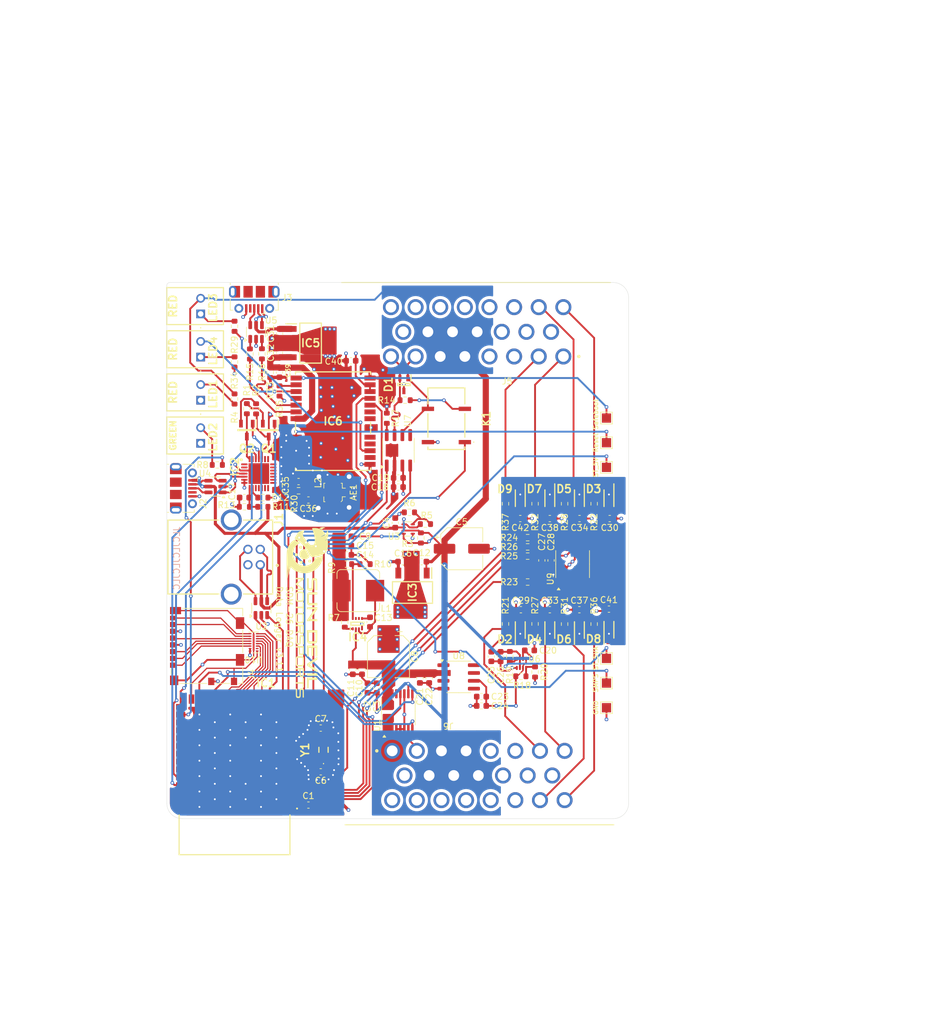
<source format=kicad_pcb>
(kicad_pcb (version 20241229) (generator "pcbnew") (generator_version "9.0")
  (layers (0 "F.Cu" signal) (4 "In1.Cu" signal) (6 "In2.Cu" signal) (2 "B.Cu" signal) (13 "F.Paste" user) (15 "B.Paste" user) (5 "F.SilkS" user "F.Silkscreen") (7 "B.SilkS" user "B.Silkscreen") (1 "F.Mask" user) (3 "B.Mask" user) (25 "Edge.Cuts" user))
  (net 0 "")
  (net 1 "GND")
  (net 2 "+3.3V")
  (net 3 "/RF_IN")
  (net 4 "VCC")
  (net 5 "/BTSB")
  (net 6 "/SMPS_SW")
  (net 7 "/5V_SMPS_OUT")
  (net 8 "Net-(U3-MODE)")
  (net 9 "VBUS")
  (net 10 "+5V")
  (net 11 "/BIAS_T")
  (net 12 "Net-(IC2-VBUS)")
  (net 13 "+5VA")
  (net 14 "/CAN-")
  (net 15 "/CAN+")
  (net 16 "/AIN0")
  (net 17 "/AIN1")
  (net 18 "/AIN2")
  (net 19 "/AIN3")
  (net 20 "/AIN4")
  (net 21 "/AIN5")
  (net 22 "/AIN6")
  (net 23 "/AIN7")
  (net 24 "/I2C1_SCL")
  (net 25 "/CAN_TERM")
  (net 26 "/USER_LED")
  (net 27 "/CAN_CTX")
  (net 28 "/CAN_RTX")
  (net 29 "/SD_CD")
  (net 30 "/I2C1_SDA")
  (net 31 "/UART1_D-")
  (net 32 "/UART1_D+")
  (net 33 "/ADC_CLK")
  (net 34 "/ADC_CS")
  (net 35 "/ADC_DOUT")
  (net 36 "Net-(U6-MODE)")
  (net 37 "Net-(IC6-RF_IN)")
  (net 38 "/ADC_DIN")
  (net 43 "/GPS_D-")
  (net 44 "Net-(IC2-RTS)")
  (net 45 "/Safeboot")
  (net 46 "/D_SEL")
  (net 47 "/GPS_D+")
  (net 52 "/VCC_RF")
  (net 60 "/PG")
  (net 61 "/SMPS_FB")
  (net 64 "/PROG_D-")
  (net 65 "Net-(IC2-DTR)")
  (net 68 "/PPS_LED")
  (net 69 "/RTK_STAT")
  (net 70 "/PROG_D+")
  (net 75 "Net-(LED4-K)")
  (net 78 "/XTAL_32K_P")
  (net 79 "/SD_DAT3")
  (net 80 "/RSTB")
  (net 82 "/USBB_D+")
  (net 83 "/USBB_D-")
  (net 85 "/USBM_D-")
  (net 88 "/USBM_D+")
  (net 96 "+BATT")
  (net 97 "Net-(J4-DAT2)")
  (net 98 "Net-(J4-CLK)")
  (net 99 "Net-(J4-DAT0)")
  (net 100 "Net-(J4-DAT1)")
  (net 101 "Net-(J4-CMD)")
  (net 102 "Net-(J4-DAT3{slash}CD)")
  (net 104 "/USBM2_D+")
  (net 105 "/USBM2_D-")
  (net 106 "Net-(IC6-RESET_N)")
  (net 113 "/UART2_TX")
  (net 114 "/PWR_LED")
  (net 115 "/USR_LED_RSTR")
  (net 116 "Net-(Q1-B)")
  (net 117 "Net-(Q2-B)")
  (net 119 "/PR1")
  (net 120 "/ST")
  (net 131 "/UART2_RX")
  (net 132 "/CHIP_PU")
  (net 133 "/U0TXD")
  (net 134 "/SD_CLK")
  (net 135 "/GPIO0")
  (net 136 "/SD_DAT2")
  (net 137 "/XTAL_32K_N")
  (net 138 "/SD_DAT1")
  (net 139 "/U0RXD")
  (net 140 "/SD_DAT0")
  (net 142 "Net-(K1-COM)")
  (net 143 "Net-(IC1-3V3)")
  (net 146 "/SD_CMD")
  (net 155 "Net-(LED3-K)")
  (net 156 "Net-(R15-Pad1)")
  (net 157 "Net-(R16-Pad2)")
  (net 159 "Net-(U7-Rs)")
  (net 160 "Net-(U6-PR1)")
  (net 161 "Net-(U6-ST)")
  (net 162 "Net-(U9-~{CS})")
  (net 163 "Net-(U9-DIN)")
  (net 164 "Net-(U9-SCLK)")
  (net 167 "Net-(U9-DOUT)")
  (net 172 "/AIN3_EXT")
  (net 173 "/AIN1_EXT")
  (net 174 "/AIN0_EXT")
  (net 175 "/AIN2_EXT")
  (net 176 "/AIN5_EXT")
  (net 177 "/AIN7_EXT")
  (net 178 "/AIN4_EXT")
  (net 179 "/AIN6_EXT")
  (net 184 "/GPS_VUSB")
  (net 185 "/GNSS_USB_PWR")
  (footprint "Capacitor_SMD:C_0603_1608Metric" (layer "F.Cu") (at 127.1 103.2 180)
    (property "Reference" "C18")
    (property "Value" "100nF")
  )
  (footprint "Capacitor_SMD:C_0603_1608Metric" (layer "F.Cu") (at 122.1 135.8 90)
    (property "Reference" "C2")
    (property "Value" "100nF")
  )
  (footprint "SDM_MiscFootprint:SOT-5X3" (layer "F.Cu") (at 145.6 131.82 90)
    (property "Reference" "U6")
    (property "Value" "TPS2116")
  )
  (footprint "Resistor_SMD:R_0603_1608Metric" (layer "F.Cu") (at 110.9 103.8 180)
    (property "Reference" "R30")
    (property "Value" "10")
  )
  (footprint "Resistor_SMD:R_0603_1608Metric" (layer "F.Cu") (at 100.5 88.9 -90)
    (property "Reference" "R4")
    (property "Value" "220")
  )
  (footprint "Inductor_SMD:L_Bourns_SRP7028A_7.3x6.6mm" (layer "F.Cu") (at 120.6 120)
    (property "Reference" "L1")
    (property "Value" "4.7uH")
  )
  (footprint "TestPoint:TestPoint_Pad_1.5x1.5mm" (layer "F.Cu") (at 160.9 131 -90)
    (property "Reference" "TP4")
    (property "Value" "ST_5VA")
  )
  (footprint "Resistor_SMD:R_0603_1608Metric" (layer "F.Cu") (at 147 133.9)
    (property "Reference" "R18")
    (property "Value" "10k")
  )
  (footprint "Capacitor_SMD:C_0603_1608Metric" (layer "F.Cu") (at 156.5 123.1 180)
    (property "Reference" "C37")
    (property "Value" "33nF")
  )
  (footprint "Resistor_SMD:R_0603_1608Metric" (layer "F.Cu") (at 148.1 111.4 180)
    (property "Reference" "R24")
    (property "Value" "100")
  )
  (footprint "Connector_USB:USB_Micro-B_Molex-105017-0001" (layer "F.Cu") (at 92.2 103.4 -90)
    (property "Reference" "J2")
    (property "Value" "ESP_USB")
  )
  (footprint "Capacitor_SMD:C_0603_1608Metric" (layer "F.Cu") (at 127.825 115.3 180)
    (property "Reference" "C16")
    (property "Value" "10uF")
  )
  (footprint "TestPoint:TestPoint_Pad_1.5x1.5mm" (layer "F.Cu") (at 160.9 92 -90)
    (property "Reference" "TP6")
    (property "Value" "Safeboot")
  )
  (footprint "Connector_Card:microSD_HC_Molex_104031-0811" (layer "F.Cu") (at 96.02 128.995 90)
    (property "Reference" "J4")
    (property "Value" "Molex_1040310811" (hide yes))
  )
  (footprint "Resistor_SMD:R_0603_1608Metric" (layer "F.Cu") (at 128.2 89.1 180)
    (property "Reference" "R14")
    (property "Value" "120")
  )
  (footprint "Package_TO_SOT_SMD:SOT-23-6" (layer "F.Cu") (at 104 78.0375 90)
    (property "Reference" "U5")
    (property "Value" "USBLC6-2SC6")
  )
  (footprint "Resistor_SMD:R_0603_1608Metric" (layer "F.Cu") (at 104 90.5 -90)
    (property "Reference" "R2")
    (property "Value" "10k")
  )
  (footprint "SDM_MiscFootprint:QFN50P500X500X80-29N-D" (layer "F.Cu") (at 104.45 101.01)
    (property "Reference" "IC2")
    (property "Value" "CP2102N-A02-GQFN28" (hide yes))
  )
  (footprint "USBs:67068-7041" (layer "F.Cu") (at 99.9675 114.55 -90)
    (property "Reference" "J1")
    (property "Value" "UART_USB" (hide yes))
  )
  (footprint "SDM_MiscFootprint:NEOF9P15B" (layer "F.Cu") (at 116.5 92.5 180)
    (property "Reference" "IC6")
    (property "Value" "NEO-F9P-15B" (hide yes))
  )
  (footprint "SDM_MiscFootprint:SOTFL50P160X60-8N" (layer "F.Cu") (at 120.45 125.362 90)
    (property "Reference" "IC4")
    (property "Value" "TPS563211DRLR" (hide yes))
  )
  (footprint "Resistor_SMD:R_0603_1608Metric" (layer "F.Cu") (at 154.1 105.9 -90)
    (property "Reference" "R28")
    (property "Value" "100")
  )
  (footprint "SDM_MiscFootprint:SSFLXH100LID01" (layer "F.Cu") (at 95 75.1 -90)
    (property "Reference" "LED3")
    (property "Value" "RED")
  )
  (footprint "Capacitor_SMD:CP_Elec_6.3x5.9" (layer "F.Cu") (at 137.4 113.2)
    (property "Reference" "C5")
    (property "Value" "100uF")
  )
  (footprint "Package_SO:TSSOP-16_4.4x5mm_P0.65mm" (layer "F.Cu") (at 127.1 139.6 90)
    (property "Reference" "U1")
    (property "Value" "INA260")
  )
  (footprint "Resistor_SMD:R_0603_1608Metric" (layer "F.Cu") (at 102.1 106.4 180)
    (property "Reference" "R13")
    (property "Value" "47.5K")
  )
  (footprint "Capacitor_SMD:C_0603_1608Metric" (layer "F.Cu") (at 119.7 132.8 90)
    (property "Reference" "C11")
    (property "Value" "100nF")
  )
  (footprint "SDM_MiscFootprint:ESP32S3WROOM1N8R8" (layer "F.Cu") (at 100.5 150.1 180)
    (property "Reference" "IC1")
    (property "Value" "ESP32-S3-WROOM-1-N8R8" (hide yes))
  )
  (footprint "Resistor_SMD:R_0603_1608Metric" (layer "F.Cu") (at 144.5 105.9 -90)
    (property "Reference" "R37")
    (property "Value" "100")
  )
  (footprint "Resistor_SMD:R_0603_1608Metric" (layer "F.Cu") (at 148.1 118.6)
    (property "Reference" "R23")
    (property "Value" "100")
  )
  (footprint "SDM_MiscFootprint:SOD3716X135N" (layer "F.Cu") (at 151.7 105 -90)
    (property "Reference" "D7")
    (property "Value" "MBR0540T1G" (hide yes))
  )
  (footprint "Package_SO:SOIC-8_3.9x4.9mm_P1.27mm" (layer "F.Cu") (at 136.9 134)
    (property "Reference" "U8")
    (property "Value" "ADR425BRZ")
  )
  (footprint "Capacitor_SMD:C_0603_1608Metric" (layer "F.Cu") (at 121.2 132.8 90)
    (property "Reference" "C10")
    (property "Value" "22uF")
  )
  (footprint "Capacitor_SMD:C_0603_1608Metric" (layer "F.Cu") (at 146.9 108.3)
    (property "Reference" "C42")
    (property "Value" "33nF")
  )
  (footprint "Resistor_SMD:R_0603_1608Metric" (layer "F.Cu") (at 103 81.6 -90)
    (property "Reference" "R15")
    (property "Value" "27")
  )
  (footprint "Resistor_SMD:R_0603_1608Metric" (layer "F.Cu") (at 102.5 90.475 -90)
    (property "Reference" "R1")
    (property "Value" "10k")
  )
  (footprint "Capacitor_SMD:C_0603_1608Metric" (layer "F.Cu") (at 143.7 130.7 -90)
    (property "Reference" "C26")
    (property "Value" "1uF")
  )
  (footprint "LOGO" (layer "F.Cu") (at 112.341431 123.6 -90)
    (property "Reference" "G***" (hide yes))
    (property "Value" "LOGO" (hide yes))
  )
  (footprint "TestPoint:TestPoint_Pad_1.5x1.5mm" (layer "F.Cu") (at 160.9 135 -90)
    (property "Reference" "TP2" (hide yes))
    (property "Value" "SMPS")
  )
  (footprint "SDM_MiscFootprint:SOT230P700X180-4N" (layer "F.Cu") (at 129.4 120.3 -90)
    (property "Reference" "IC3")
    (property "Value" "MIC37100-3.3WS" (hide yes))
  )
  (footprint "Capacitor_SMD:C_0603_1608Metric" (layer "F.Cu") (at 148.4 129.7)
    (property "Reference" "C20")
    (property "Value" "1uF")
  )
  (footprint "Resistor_SMD:R_0603_1608Metric" (layer "F.Cu") (at 149.3 133.2 -90)
    (property "Reference" "R20")
    (property "Value" "10k")
  )
  (footprint "SDM_MiscFootprint:SSFLXH100LID01" (layer "F.Cu") (at 95 82.1 -90)
    (property "Reference" "LED4")
    (property "Value" "RED")
  )
  (footprint "Capacitor_SMD:C_0603_1608Metric" (layer "F.Cu") (at 118.7 114.2)
    (property "Reference" "C14")
    (property "Value" "22uF")
  )
  (footprint "Resistor_SMD:R_0603_1608Metric" (layer "F.Cu") (at 118.7 115.7)
    (property "Reference" "R9")
    (property "Value" "74.1k")
  )
  (footprint "Capacitor_SMD:C_0603_1608Metric" (layer "F.Cu") (at 126.6 109 90)
    (property "Reference" "C4")
    (property "Value" "1uF")
  )
  (footprint "Resistor_SMD:R_0603_1608Metric" (layer "F.Cu") (at 149.3 125.4 90)
    (property "Reference" "R27")
    (property "Value" "100")
  )
  (footprint "Capacitor_SMD:C_0603_1608Metric" (layer "F.Cu") (at 114.5 142.3 180)
    (property "Reference" "C7")
    (property "Value" "15pF")
  )
  (footprint "Resistor_SMD:R_0603_1608Metric" (layer "F.Cu") (at 97.7 99.6 180)
    (property "Reference" "R8")
    (property "Value" "220")
  )
  (footprint "Package_TO_SOT_SMD:SOT-583-8" (layer "F.Cu") (at 128.7 110 180)
    (property "Reference" "U3")
    (property "Value" "TPS2116DRL")
  )
  (footprint "SDM_MiscFootprint:SOD3716X135N" (layer "F.Cu") (at 146.9 126.4 90)
    (property "Reference" "D2")
    (property "Value" "MBR0540T1G" (hide yes))
  )
  (footprint "Resistor_SMD:R_0603_1608Metric" (layer "F.Cu") (at 148.1 112.9)
    (property "Reference" "R26")
    (property "Value" "100")
  )
  (footprint "Capacitor_SMD:C_0603_1608Metric" (layer "F.Cu") (at 107.820818 78.30028 90)
    (property "Reference" "C31")
    (property "Value" "10uF")
  )
  (footprint "TestPoint:TestPoint_Pad_1.5x1.5mm" (layer "F.Cu") (at 160.9 100 -90)
    (property "Reference" "TP1")
    (property "Value" "ST_5V")
  )
  (footprint "Capacitor_SMD:C_0603_1608Metric" (layer "F.Cu") (at 132.1 134.2 -90)
    (property "Reference" "C22")
    (property "Value" "100nF")
  )
  (footprint "Capacitor_SMD:C_0603_1608Metric" (layer "F.Cu") (at 140.6 138.7 180)
    (property "Reference" "C24")
    (property "Value" "1uF")
  )
  (footprint "Capacitor_SMD:C_0603_1608Metric" (layer "F.Cu") (at 147 123.1 180)
    (property "Reference" "C29")
    (property "Value" "33nF")
  )
  (footprint "SDM_MiscFootprint:CONN23_776087_TEC" (layer "F.Cu") (at 153.9 82)
    (property "Reference" "J5")
    (property "Value" "1-776087-4")
  )
  (footprint "Resistor_SMD:R_0603_1608Metric" (layer "F.Cu") (at 154.1 125.425 90)
    (property "Reference" "R31")
    (property "Value" "100")
  )
  (footprint "Capacitor_SMD:C_0603_1608Metric" (layer "F.Cu") (at 119.4 82.7)
    (property "Reference" "C40")
    (property "Value" "1uF")
  )
  (footprint "Package_SO:TSSOP-16_4.4x5mm_P0.65mm" (layer "F.Cu") (at 155.4 115.7 90)
    (property "Reference" "U9")
    (property "Value" "ADC128S102")
  )
  (footprint "Capacitor_SMD:C_0603_1608Metric" (layer "F.Cu") (at 151.7 108.3)
    (property "Reference" "C38")
    (property "Value" "33nF")
  )
  (footprint "Resistor_SMD:R_0603_1608Metric" (layer "F.Cu") (at 131.5 109.2)
    (property "Reference" "R5")
    (property "Value" "10k")
  )
  (footprint "Capacitor_SMD:C_0603_1608Metric" (layer "F.Cu") (at 161.3 123 180)
    (property "Reference" "C41")
    (property "Value" "33nF")
  )
  (footprint "Resistor_SMD:R_0603_1608Metric" (layer "F.Cu") (at 105.1 104.9)
    (property "Reference" "R12")
    (property "Value" "1k")
  )
  (footprint "Resistor_SMD:R_0603_1608Metric" (layer "F.Cu") (at 149.3 105.9 -90)
    (property "Reference" "R32")
    (property "Value" "100")
  )
  (footprint "SDM_MiscFootprint:SOT230P700X180-4N" (layer "F.Cu") (at 112.850818 79.83028)
    (property "Reference" "IC5")
    (property "Value" "MIC37100-3.3WS" (hide yes))
  )
  (footprint "Resistor_SMD:R_0603_1608Metric" (layer "F.Cu") (at 106.3 84.6 90)
    (property "Reference" "R33")
    (property "Value" "100k")
  )
  (footprint "Package_TO_SOT_SMD:SOT-23-6" (layer "F.Cu") (at 104.85 122.8375 90)
    (property "Reference" "U2")
    (property "Value" "USBLC6-2SC6")
  )
  (footprint "Capacitor_SMD:C_0603_1608Metric" (layer "F.Cu") (at 151.9 115.1 -90)
    (property "Reference" "C28")
    (property "Value" "1uF")
  )
  (footprint "Capacitor_SMD:C_0603_1608Metric" (layer "F.Cu") (at 150.4 115.1 -90)
    (property "Reference" "C27")
    (property "Value" "100nF")
  )
  (footprint "Transistors:SOT96P237X111-3N" (layer "F.Cu") (at 106.05 93.95 -90)
    (property "Reference" "Q1")
    (property "Value" "MMBT2222LT1G" (hide yes))
  )
  (footprint "Resistor_SMD:R_0603_1608Metric" (layer "F.Cu") (at 100.5 82.9 90)
    (property "Reference" "R34")
    (property "Value" "220")
  )
  (footprint "Resistor_SMD:R_0603_1608Metric" (layer "F.Cu") (at 144.5 125.4 90)
    (property "Reference" "R21")
    (property "Value" "100")
  )
  (footprint "SDM_MiscFootprint:IMB03IGR" (layer "F.Cu") (at 134.9 92.1 90)
    (property "Reference" "K1")
    (property "Value" "IMB03IGR" (hide yes))
  )
  (footprint "SDM_MiscFootprint:SSFLXH100LID01" (layer "F.Cu") (at 95 96.1 -90)
    (property "Reference" "LED2")
    (property "Value" "GREEN")
  )
  (footprint "Connector_Coaxial:U.FL_Molex_MCRF_73412-0110_Vertical" (layer "F.Cu") (at 116.5 104.075 -90)
    (property "Reference" "AE1")
    (property "Value" "UFL")
  )
  (footprint "uSDs:UQFN-17-3.5x1.2mm" (layer "F.Cu") (at 103.6 128.4 180)
    (property "Reference" "U10")
    (property "Value" "EMIF06-MSD02N16")
  )
  (footprint "Package_TO_SOT_SMD:SOT-23-6" (layer "F.Cu") (at 97.41 103.11 180)
    (property "Reference" "U4")
    (property "Value" "USBLC6-2SC6")
  )
  (footprint "SDM_MiscFootprint:SOD3716X135N" (layer "F.Cu") (at 151.7 126.4 90)
    (property "Reference" "D4")
    (property "Value" "MBR0540T1G" (hide yes))
  )
  (footprint "Resistor_SMD:R_0603_1608Metric" (layer "F.Cu") (at 100.5 77.1 -90)
    (property "Reference" "R29")
    (property "Value" "220")
  )
  (footprint "Resistor_SMD:R_0603_1608Metric" (layer "F.Cu") (at 104.95 81.575 90)
    (property "Reference" "R16")
    (property "Value" "27")
  )
  (footprint "Resistor_SMD:R_0603_1608Metric" (layer "F.Cu") (at 148.1 114.4)
    (property "Reference" "R25")
    (property "Value" "100")
  )
  (footprint "SDM_MiscFootprint:SOD3716X135N" (layer "F.Cu") (at 161.3 126.35 90)
    (property "Reference" "D8")
    (property "Value" "MBR0540T1G" (hide yes))
  )
  (footprint "Capacitor_SMD:C_0603_1608Metric" (layer "F.Cu") (at 151.7 123.1 180)
    (property "Reference" "C33")
    (property "Value" "33nF")
  )
  (footprint "Connector_USB:USB_Micro-B_Molex-105017-0001" (layer "F.Cu") (at 103.7 72.7375 180)
    (property "Reference" "J3")
    (property "Value" "GNSS_Debug")
  )
  (footprint "SDM_MiscFootprint:SOD3716X135N" (layer "F.Cu") (at 146.9 105 -90)
    (property "Reference" "D9")
    (property "Value" "MBR0540T1G" (hide yes))
  )
  (footprint "SDM_MiscFootprint:SOD3716X135N" (layer "F.Cu") (at 156.5 126.4 90)
    (property "Reference" "D6")
    (property "Value" "MBR0540T1G" (hide yes))
  )
  (footprint "SDM_MiscFootprint:SOD3716X135N" (layer "F.Cu") (at 161.3 105 -90)
    (property "Reference" "D3")
    (property "Value" "MBR0540T1G" (hide yes))
  )
  (footprint "Capacitor_SMD:C_0603_1608Metric" (layer "F.Cu") (at 107.8 84.6 -90)
    (property "Reference" "C39")
    (property "Value" "1uF")
  )
  (footprint "Resistor_SMD:R_0603_1608Metric" (layer "F.Cu") (at 121.7 115.7)
    (property "Reference" "R10")
    (property "Value" "10k")
  )
  (footprint "Capacitor_SMD:C_0603_1608Metric" (layer "F.Cu") (at 107.8 81.4 90)
    (property "Reference" "C32")
    (property "Value" "10uF")
  )
  (footprint "Package_SO:SOIC-8_3.9x4.9mm_P1.27mm" (layer "F.Cu") (at 127.1195 97.2325 90)
    (property "Reference" "U7")
    (property "Value" "SN65HVD230")
  )
  (footprint "Resistor_SMD:R_0603_1608Metric" (layer "F.Cu") (at 158.9 105.9 -90)
    (property "Reference" "R22")
    (property "Value" "100")
  )
  (footprint "Capacitor_SMD:C_0603_1608Metric" (layer "F.Cu") (at 112.5 154.8 180)
    (property "Reference" "C1")
    (property "Value" "100nF")
  )
  (footprint "Resistor_SMD:R_0603_1608Metric" (layer "F.Cu") (at 130.76 111.45 90)
    (property "Reference" "R3")
    (property "Value" "10k")
  )
  (footprint "Transistors:SOT96P237X111-3N" (layer "F.Cu") (at 102.5 93.95 -90)
    (property "Reference" "Q2")
    (property "Value" "MMBT2222LT1G" (hide yes))
  )
  (footprint "Resistor_SMD:R_0603_1608Metric" (layer "F.Cu") (at 125.2245 92.0225 -90)
    (property "Reference" "R17")
    (property "Value" "10k")
  )
  (footprint "Inductor_SMD:L_0402_1005Metric" (layer "F.Cu") (at 112.9 102.5 -90)
    (property "Reference" "L2")
    (property "Value" "27nH")
  )
  (footprint "Capacitor_SMD:C_0603_1608Metric" (layer "F.Cu") (at 110.9 102.3)
    (property "Reference" "C35")
    (property "Value" "1uF")
  )
  (footprint "Capacitor_SMD:C_0603_1608Metric" (layer "F.Cu") (at 102.1 104.9 180)
    (property "Reference" "C17")
    (property "Value" "1uF")
  )
  (footprint "SDM_MiscFootprint:SOT65P210X110-3N" (layer "F.Cu") (at 128 86.55 -90)
    (property "Reference" "D1")
    (property "Value" "ESDCAN03-2BWY" (hide yes))
  )
  (footprint "TestPoint:TestPoint_Pad_1.5x1.5mm" (layer "F.Cu") (at 160.9 139 -90)
    (property "Reference" "TP3" (hide yes))
    (property "Value" "GND")
  )
  (footprint "Capacitor_SMD:C_0603_1608Metric" (layer "F.Cu") (at 114.5 149.4 180)
    (property "Reference" "C6")
    (property "Value" "15pF")
  )
  (footprint "Resistor_SMD:R_0603_1608Metric" (layer "F.Cu") (at 158.9 125.425 90)
    (property "Reference" "R36")
    (property "Value" "100")
  )
  (footprint "Capacitor_SMD:C_0603_1608Metric" (layer "F.Cu") (at 130.6 134.2 -90)
    (property "Reference" "C21")
    (property "Value" "10uF")
  )
  (footprint "TestPoint:TestPoint_Pad_1.5x1.5mm" (layer "F.Cu") (at 160.9 96 -90)
    (property "Reference" "TP5")
    (property "Value" "Reset")
  )
  (footprint "Capacitor_SMD:C_0603_1608Metric" (layer "F.Cu") (at 123.6 135.8 90)
    (property "Reference" "C3")
    (property "Value" "100nF")
  )
  (footprint "Capacitor_SMD:C_0603_1608Metric" (layer "F.Cu") (at 122.5 125.1 -90)
    (property "Reference" "C13")
    (property "Value" "100nF")
  )
  (footprint "Resistor_SMD:R_0603_1608Metric" (layer "F.Cu") (at 118.4 125.1 90)
    (property "Reference" "R7")
    (property "Value" "10k")
  )
  (footprint "Resistor_SMD:R_0603_1608Metric" (layer "F.Cu") (at 105.1 106.4)
    (property "Reference" "R11")
    (property "Value" "22.1K")
  )
  (footprint "SDM_MiscFootprint:ECX327CDX2096" (layer "F.Cu") (at 114.95 145.83 90)
    (property "Reference" "Y1")
    (property "Value" "ECX-.327-CDX-2096" (hide yes))
  )
  (footprint "Capacitor_SMD:CP_Elec_6.3x5.9" (layer "F.Cu") (at 125.5 130.7 -90)
    (property "Reference" "C8")
    (property "Value" "47uF")
  )
  (footprint "Capacitor_SMD:C_0603_1608Metric" (layer "F.Cu") (at 118.7 111.2)
    (property "Reference" "C9")
    (property "Value" "1uF")
  )
  (footprint "Capacitor_SMD:C_0603_1608Metric" (layer "F.Cu") (at 140.6 137.2 180)
    (property "Reference" "C23")
    (property "Value" "100nF")
  )
  (footprint "Capacitor_SMD:C_0603_1608Metric" (layer "F.Cu") (at 118.7 112.7)
    (property "Reference" "C15")
    (property "Value" "22uF")
  )
  (footprint "SDM_MiscFootprint:CONN23_776087_TEC" (layer "F.Cu") (at 126.1 146 180)
    (property "Reference" "J6")
    (property "Value" "1-776087-4")
  )
  (footprint "Resistor_SMD:R_0603_1608Metric" (layer "F.Cu") (at 107.8 87.6 -90)
    (property "Reference" "R35")
    (property "Value" "10k")
  )
  (footprint "Capacitor_SMD:C_0603_1608Metric" (layer "F.Cu") (at 127.1 101.7 180)
    (property "Reference" "C19")
    (property "Value" "100nF")
  )
  (footprint "Capacitor_SMD:C_0603_1608Metric" (layer "F.Cu") (at 156.525 108.3)
    (property "Reference" "C34")
    (property "Value" "33nF")
  )
  (footprint "Resistor_SMD:R_0603_1608Metric" (layer "F.Cu") (at 128.9 107.3 180)
    (property "Reference" "R6")
    (property "Value" "10k")
  )
  (footprint "SDM_MiscFootprint:SSFLXH100LID01" (layer "F.Cu") (at 95 89.1 -90)
    (property "Reference" "LED1")
    (property "Value" "RED")
  )
  (footprint "Capacitor_SMD:C_0603_1608Metric" (layer "F.Cu") (at 130.875 115.3)
    (property "Reference" "C12")
    (property "Value" "10uF")
  )
  (footprint "Capacitor_SMD:C_0603_1608Metric" (layer "F.Cu") (at 161.425 108.3)
    (property "Reference" "C30")
    (property "Value" "33nF")
  )
  (footprint "Capacitor_SMD:C_0603_1608Metric" (layer "F.Cu") (at 142.2 130.7 -90)
    (property "Reference" "C25")
    (property "Value" "100nF")
  )
  (footprint "Resistor_SMD:R_0603_1608Metric" (layer "F.Cu") (at 145.2 130.7 90)
    (property "Reference" "R19")
    (property "Value" "10k")
  )
  (footprint "Capacitor_SMD:C_0603_1608Metric" (layer "F.Cu") (at 112.5 105.3 180)
    (property "Reference" "C36")
    (property "Value" "100nF")
  )
  (footprint "SDM_MiscFootprint:SOD3716X135N" (layer "F.Cu") (at 156.5 105 -90)
    (property "Reference" "D5")
    (property "Value" "MBR0540T1G" (hide yes))
  )
  (gr_arc (start 89.5 70.5) (mid 89.646447 70.146447) (end 90 70) (stroke (width 0.05)) (layer "Edge.Cuts"))
  (gr_line (start 90 70) (end 162 70) (stroke (width 0.05)) (layer "Edge.Cuts"))
  (gr_line (start 89.5 154.5) (end 89.5 70.5) (stroke (width 0.05)) (layer "Edge.Cuts"))
  (gr_arc (start 162 70) (mid 163.767767 70.732233) (end 164.5 72.5) (stroke (width 0.05)) (layer "Edge.Cuts"))
  (gr_line (start 164.5 72.5) (end 164.5 154.5) (stroke (width 0.05)) (layer "Edge.Cuts"))
  (gr_arc (start 92 157) (mid 90.232233 156.267767) (end 89.5 154.5) (stroke (width 0.05)) (layer "Edge.Cuts"))
  (gr_arc (start 164.5 154.5) (mid 163.767767 156.267767) (end 162 157) (stroke (width 0.05)) (layer "Edge.Cuts"))
  (gr_line (start 162 157) (end 92 157) (stroke (width 0.05)) (layer "Edge.Cuts"))
  (gr_text "SDM-26 DAQ\nData Logger v3.11\n" (at 107.2 119.191686 270) (layer "F.SilkS") (effects (font (size 1 1)) (justify left bottom)))
  (gr_text "JLCJLCJLCJLC" (at 91.7 109.5 -270) (layer "B.SilkS") (effects (font (size 1 1)) (justify left bottom mirror)))
  (segment (start 119.475 114.2) (end 120.6 114.2) (width 0.3) (layer "F.Cu") (net 1))
  (segment (start 145.1 133) (end 145.6 132.5) (width 0.3) (layer "F.Cu") (net 1))
  (segment (start 139.825 137.2) (end 139.825 138.7) (width 0.3) (layer "F.Cu") (net 1))
  (segment (start 154.425 116.25) (end 154.425 118.5625) (width 0.3) (layer "F.Cu") (net 1))
  (segment (start 100.1 106) (end 100.5 106.4) (width 0.3) (layer "F.Cu") (net 1))
  (segment (start 95.3 132) (end 96.065 131.235) (width 0.3) (layer "F.Cu") (net 1))
  (segment (start 158.5 108.3) (end 157.3 108.3) (width 0.3) (layer "F.Cu") (net 1))
  (segment (start 146.225 121.925) (end 146.2 121.9) (width 0.3) (layer "F.Cu") (net 1))
  (segment (start 128.075 143.475) (end 130.1 145.5) (width 0.3) (layer "F.Cu") (net 1))
  (segment (start 90.695 134.56) (end 92.74 134.56) (width 0.3) (layer "F.Cu") (net 1))
  (segment (start 128.075 142.4625) (end 128.075 143.475) (width 0.3) (layer "F.Cu") (net 1))
  (segment (start 110.5 99.5) (end 110.5 100.3) (width 0.3) (layer "F.Cu") (net 1))
  (segment (start 122.1 135.025) (end 123.6 135.025) (width 0.3) (layer "F.Cu") (net 1))
  (segment (start 121.1 99.5) (end 122.3 99.5) (width 0.3) (layer "F.Cu") (net 1))
  (segment (start 90.57 126.6) (end 91.7 126.6) (width 0.3) (layer "F.Cu") (net 1))
  (segment (start 92.74 134.56) (end 95.3 132) (width 0.3) (layer "F.Cu") (net 1))
  (segment (start 142.2 131.475) (end 143.7 131.475) (width 0.3) (layer "F.Cu") (net 1))
  (segment (start 126.325 99.867) (end 126.4845 99.7075) (width 0.3) (layer "F.Cu") (net 1))
  (segment (start 105.612501 125.4) (end 104.85 124.637499) (width 0.3) (layer "F.Cu") (net 1))
  (segment (start 96.72 134.735) (end 97.765 134.735) (width 0.3) (layer "F.Cu") (net 1))
  (segment (start 146.225 123.1) (end 146.225 121.925) (width 0.3) (layer "F.Cu") (net 1))
  (segment (start 146.34 132.54) (end 145.64 132.54) (width 0.3) (layer "F.Cu") (net 1))
  (segment (start 134.425 135.905) (end 132.705 135.905) (width 0.3) (layer "F.Cu") (net 1))
  (segment (start 107.820818 79.07528) (end 108.945818 79.07528) (width 0.5) (layer "F.Cu") (net 1))
  (segment (start 107.810818 80.59528) (end 107.810818 79.08528) (width 0.5) (layer "F.Cu") (net 1))
  (segment (start 104.85 124.637499) (end 104.85 123.975) (width 0.3) (layer "F.Cu") (net 1))
  (segment (start 154.8875 115.7875) (end 154.425 116.25) (width 0.3) (layer "F.Cu") (net 1))
  (segment (start 109.700818 79.83028) (end 108.906098 80.625) (width 0.5) (layer "F.Cu") (net 1))
  (segment (start 143.9 133) (end 145.1 133) (width 0.3) (layer "F.Cu") (net 1))
  (segment (start 129.4 111.5) (end 129.44 111.46) (width 0.3) (layer "F.Cu") (net 1))
  (segment (start 140.2 113.2) (end 142.7 113.2) (width 0.3) (layer "F.Cu") (net 1))
  (segment (start 97.765 134.735) (end 97.8 134.7) (width 0.3) (layer "F.Cu") (net 1))
  (segment (start 93.6625 104.7) (end 94.8 104.7) (width 0.3) (layer "F.Cu") (net 1))
  (segment (start 128.075 107.3) (end 127.525 107.3) (width 0.3) (layer "F.Cu") (net 1))
  (segment (start 103.6 126.852226) (end 102.012774 125.265) (width 0.2) (layer "F.Cu") (net 1))
  (segment (start 132.1 135.4) (end 132.7 136) (width 0.3) (layer "F.Cu") (net 1))
  (segment (start 121.2 125.4) (end 121.2 126.2) (width 0.3) (layer "F.Cu") (net 1))
  (segment (start 108.906098 80.625) (end 107.8 80.625) (width 0.5) (layer "F.Cu") (net 1))
  (segment (start 154.05 115.875) (end 154.425 116.25) (width 0.3) (layer "F.Cu") (net 1))
  (segment (start 122.5 100.7) (end 122.5 99.5) (width 0.3) (layer "F.Cu") (net 1))
  (segment (start 155.3875 115.2875) (end 154.8875 115.7875) (width 0.3) (layer "F.Cu") (net 1))
  (segment (start 148.8 108.3) (end 147.675 108.3) (width 0.3) (layer "F.Cu") (net 1))
  (segment (start 127.425 142.4625) (end 128.075 142.4625) (width 0.3) (layer "F.Cu") (net 1))
  (segment (start 121.025 114.2) (end 122.525 115.7) (width 0.3) (layer "F.Cu") (net 1))
  (segment (start 100.5 106.4) (end 101.275 106.4) (width 0.3) (layer "F.Cu") (net 1))
  (segment (start 119.475 112.7) (end 119.475 114.2) (width 0.3) (layer "F.Cu") (net 1))
  (segment (start 145.64 132.54) (end 145.6 132.5) (width 0.3) (layer "F.Cu") (net 1))
  (segment (start 103.6 128.4) (end 103.6 130.749943) (width 0.2) (layer "F.Cu") (net 1))
  (segment (start 96.065 131.235) (end 101.395 131.235) (width 0.3) (layer "F.Cu") (net 1))
  (segment (start 127.525 107.3) (end 127.2625 107.5625) (width 0.3) (layer "F.Cu") (net 1))
  (segment (start 120.6 114.2) (end 121.025 114.2) (width 0.3) (layer "F.Cu") (net 1))
  (segment (start 99.37 123.24) (end 90.92 123.24) (width 0.2) (layer "F.Cu") (net 1))
  (segment (start 127.2625 107.5625) (end 126.6 108.225) (width 0.3) (layer "F.Cu") (net 1))
  (segment (start 133.5 95.9) (end 131.9 95.9) (width 0.3) (layer "F.Cu") (net 1))
  (segment (start 105.9 125.4) (end 105.612501 125.4) (width 0.3) (layer "F.Cu") (net 1))
  (segment (start 129.44 111.46) (end 129.44 110.75) (width 0.3) (layer "F.Cu") (net 1))
  (segment (start 154.6 123.1) (end 155.725 123.1) (width 0.3) (layer "F.Cu") (net 1))
  (segment (start 155.751 112.8635) (end 155.751 114.924) (width 0.3) (layer "F.Cu") (net 1))
  (segment (start 118.6 133.6) (end 119.675 133.6) (width 0.3) (layer "F.Cu") (net 1))
  (segment (start 103.114943 131.235) (end 101.395 131.235) (width 0.2) (layer "F.Cu") (net 1))
  (segment (start 116.525 105.55) (end 118 104.075) (width 0.3) (layer "F.Cu") (net 1))
  (segment (start 150.9 121.9) (end 150.9 123.075) (width 0.3) (layer "F.Cu") (net 1))
  (segment (start 102.1 100.51) (end 103.95 100.51) (width 0.3) (layer "F.Cu") (net 1))
  (segment (start 101.89 75.5975) (end 102.4 75.0875) (width 0.3) (layer "F.Cu") (net 1))
  (segment (start 155.751 114.924) (end 155.3875 115.2875) (width 0.3) (layer "F.Cu") (net 1))
  (segment (start 103.6 130.749943) (end 103.114943 131.235) (width 0.2) (layer "F.Cu") (net 1))
  (segment (start 149.3 135) (end 149.3 134.025) (width 0.3) (layer "F.Cu") (net 1))
  (segment (start 101.45 100.51) (end 102.1 100.51) (width 0.3) (layer "F.Cu") (net 1))
  (segment (start 108.945818 79.07528) (end 109.700818 79.83028) (width 0.5) (layer "F.Cu") (net 1))
  (segment (start 128 86.5) (end 128 87.6) (width 0.3) (layer "F.Cu") (net 1))
  (segment (start 101.395 125.265) (end 99.37 123.24) (width 0.2) (layer "F.Cu") (net 1))
  (segment (start 151.9 115.875) (end 154.05 115.875) (width 0.3) (layer "F.Cu") (net 1))
  (segment (start 100.61 99.67) (end 101.45 100.51) (width 0.3) (layer "F.Cu") (net 1))
  (segment (start 149.2 128.5) (end 149.2 129.675) (width 0.3) (layer "F.Cu") (net 1))
  (segment (start 125.2245 90.1075) (end 125.2245 91.1975) (width 0.3) (layer "F.Cu") (net 1))
  (segment (start 101.275 106.4) (end 101.275 104.95) (width 0.3) (layer "F.Cu") (net 1))
  (segment (start 150.4 115.875) (end 151.9 115.875) (width 0.3) (layer "F.Cu") (net 1))
  (segment (start 128.075 136.7375) (end 128.075 140.1) (width 0.3) (layer "F.Cu") (net 1))
  (segment (start 110.5 100.5) (end 110 101) (width 0.3) (layer "F.Cu") (net 1))
  (segment (start 103.6 128.4) (end 103.6 126.852226) (width 0.2) (layer "F.Cu") (net 1))
  (segment (start 118.6 81.5) (end 118.6 82.675) (width 0.3) (layer "F.Cu") (net 1))
  (segment (start 126.775 142.4625) (end 127.425 142.4625) (width 0.3) (layer "F.Cu") (net 1))
  (segment (start 159.3 123.3) (end 160.225 123.3) (width 0.3) (layer "F.Cu") (net 1))
  (segment (start 119.7 133.575) (end 121.2 133.575) (width 0.3) (layer "F.Cu") (net 1))
  (segment (start 163.3 108.3) (end 162.2 108.3) (width 0.3) (layer "F.Cu") (net 1))
  (segment (start 102.012774 125.265) (end 101.395 125.265) (width 0.2) (layer "F.Cu") (net 1))
  (segment (start 121.2 133.575) (end 121.2 134.125) (width 0.3) (layer "F.Cu") (net 1))
  (segment (start 138.8 138.7) (end 139.825 138.7) (width 0.3) (layer "F.Cu") (net 1))
  (segment (start 102.4 75.0875) (end 102.4 74.2) (width 0.3) (layer "F.Cu") (net 1))
  (segment (start 143.7 132.8) (end 143.9 133) (width 0.3) (layer "F.Cu") (net 1))
  (segment (start 104 80.29636) (end 104 79.175) (width 0.3) (layer "F.Cu") (net 1))
  (segment (start 160.225 123.3) (end 160.525 123) (width 0.3) (layer "F.Cu") (net 1))
  (segment (start 160.9 140.9) (end 160.9 139) (width 0.3) (layer "F.Cu") (net 1))
  (segment (start 121.2 134.125) (end 122.1 135.025) (width 0.3) (layer "F.Cu") (net 1))
  (segment (start 153.6 108.3) (end 152.475 108.3) (width 0.3) (layer "F.Cu") (net 1))
  (segment (start 143.7 131.475) (end 143.7 132.8) (width 0.3) (layer "F.Cu") (net 1))
  (segment (start 128.075 140.1) (end 128.075 142.4625) (width 0.3) (layer "F.Cu") (net 1))
  (segment (start 130.6 134.975) (end 132.1 134.975) (width 0.3) (layer "F.Cu") (net 1))
  (segment (start 99.8 103.1) (end 98.5575 103.1) (width 0.3) (layer "F.Cu") (net 1))
  (segment (start 116.525 102.6) (end 118 104.075) (width 0.3) (layer "F.Cu") (net 1))
  (segment (start 100.5 83.725) (end 100.5 84.8) (width 0.3) (layer "F.Cu") (net 1))
  (segment (start 110.5 100.3) (end 110.5 100.5) (width 0.3) (layer "F.Cu") (net 1))
  (segment (start 132.1 134.975) (end 132.1 135.4) (width 0.3) (layer "F.Cu") (net 1))
  (via (at 122.67 93.55) (size 0.6) (drill 0.3) (layers "F.Cu" "B.Cu") (net 1))
  (via (at 154.8875 115.7875) (size 0.6) (drill 0.3) (layers "F.Cu" "B.Cu") (net 1))
  (via (at 116.37 88.48) (size 0.6) (drill 0.3) (layers "F.Cu" "B.Cu") (net 1))
  (via (at 126.9 126.3) (size 0.6) (drill 0.3) (layers "F.Cu" "B.Cu") (net 1))
  (via (at 108.1 98.4) (size 0.6) (drill 0.3) (layers "F.Cu" "B.Cu") (net 1))
  (via (at 113.2 107.9) (size 0.6) (drill 0.3) (layers "F.Cu" "B.Cu") (net 1))
  (via (at 116.66 149.12) (size 0.6) (drill 0.3) (layers "F.Cu" "B.Cu") (net 1))
  (via (at 100.5 84.8) (size 0.6) (drill 0.3) (layers "F.Cu" "B.Cu") (net 1))
  (via (at 104.00364 80.3) (size 0.6) (drill 0.3) (layers "F.Cu" "B.Cu") (net 1))
  (via (at 121.1 99.5) (size 0.6) (drill 0.3) (layers "F.Cu" "B.Cu") (net 1))
  (via (at 97.8 134.7) (size 0.6) (drill 0.3) (layers "F.Cu" "B.Cu") (net 1))
  (via (at 94.8 142.6) (size 0.6) (drill 0.3) (layers "F.Cu" "B.Cu") (net 1))
  (via (at 131.419706 122.772696) (size 0.6) (drill 0.3) (layers "F.Cu" "B.Cu") (net 1))
  (via (at 111.01 143.76) (size 0.6) (drill 0.3) (layers "F.Cu" "B.Cu") (net 1))
  (via (at 118.6 133.6) (size 0.6) (drill 0.3) (layers "F.Cu" "B.Cu") (net 1))
  (via (at 126.3 104.3) (size 0.6) (drill 0.3) (layers "F.Cu" "B.Cu") (net 1))
  (via (at 118.06 95.26) (size 0.6) (drill 0.3) (layers "F.Cu" "B.Cu") (net 1))
  (via (at 131.419706 124.172696) (size 0.6) (drill 0.3) (layers "F.Cu" "B.Cu") (net 1))
  (via (at 114.2 101.5) (size 1.5) (drill 0.75) (layers "F.Cu" "B.Cu") (net 1))
  (via (at 138.8 138.7) (size 0.6) (drill 0.3) (layers "F.Cu" "B.Cu") (net 1))
  (via (at 99.8 152.6) (size 0.6) (drill 0.3) (layers "F.Cu" "B.Cu") (net 1))
  (via (at 127.2625 107.5625) (size 0.6) (drill 0.3) (layers "F.Cu" "B.Cu") (net 1))
  (via (at 114.5 87.03) (size 0.6) (drill 0.3) (layers "F.Cu" "B.Cu") (net 1))
  (via (at 112.44 149.13) (size 0.6) (drill 0.3) (layers "F.Cu" "B.Cu") (net 1))
  (via (at 114.1 106.6) (size 1.5) (drill 0.75) (layers "F.Cu" "B.Cu") (net 1))
  (via (at 114.7 100.5) (size 0.6) (drill 0.3) (layers "F.Cu" "B.Cu") (net 1))
  (via (at 116.680818 77.55028) (size 0.6) (drill 0.3) (layers "F.Cu" "B.Cu") (net 1))
  (via (at 104.8 150.1) (size 0.6) (drill 0.3) (layers "F.Cu" "B.Cu") (net 1))
  (via (at 119.1 106.5) (size 1.5) (drill 0.75) (layers "F.Cu" "B.Cu") (net 1))
  (via (at 110.5 144.37) (size 0.6) (drill 0.3) (layers "F.Cu" "B.Cu") (net 1))
  (via (at 94.8 152.6) (size 0.6) (drill 0.3) (layers "F.Cu" "B.Cu") (net 1))
  (via (at 117.4 147.26) (size 0.6) (drill 0.3) (layers "F.Cu" "B.Cu") (net 1))
  (via (at 109.2 104.8) (size 0.6) (drill 0.3) (layers "F.Cu" "B.Cu") (net 1))
  (via (at 129.919706 114.072696) (size 0.6) (drill 0.3) (layers "F.Cu" "B.Cu") (net 1))
  (via (at 99.8 145.1) (size 0.6) (drill 0.3) (layers "F.Cu" "B.Cu") (net 1))
  (via (at 112.87 141.18) (size 0.6) (drill 0.3) (layers "F.Cu" "B.Cu") (net 1))
  (via (at 120.6 114.2) (size 0.6) (drill 0.3) (layers "F.Cu" "B.Cu") (net 1))
  (via (at 114.5 102.7) (size 0.6) (drill 0.3) (layers "F.Cu" "B.Cu") (net 1))
  (via (at 114.67 141.1) (size 0.6) (drill 0.3) (layers "F.Cu" "B.Cu") (net 1))
  (via (at 110.5 97.3) (size 0.6) (drill 0.3) (layers "F.Cu" "B.Cu") (net 1))
  (via (at 111.8 107.9) (size 0.6) (drill 0.3) (layers "F.Cu" "B.Cu") (net 1))
  (via (at 142.7 113.2) (size 0.6) (drill 0.3) (layers "F.Cu" "B.Cu") (net 1))
  (via (at 119.54 87.06) (size 0.6) (drill 0.3) (layers "F.Cu" "B.Cu") (net 1))
  (via (at 117.36 144.54) (size 0.6) (drill 0.3) (layers "F.Cu" "B.Cu") (net 1))
  (via (at 119 91.77) (size 0.6) (drill 0.3) (layers "F.Cu" "B.Cu") (net 1))
  (via (at 97.3 153.85) (size 0.6) (drill 0.3) (layers "F.Cu" "B.Cu") (net 1))
  (via (at 155.3875 115.2875) (size 0.6) (drill 0.3) (layers "F.Cu" "B.Cu") (net 1))
  (via (at 108.1 101.1) (size 0.6) (drill 0.3) (layers "F.Cu" "B.Cu") (net 1))
  (via (at 99.8 155.1) (size 0.6) (drill 0.3) (layers "F.Cu" "B.Cu") (net 1))
  (via (at 119.9 104.7) (size 0.6) (drill 0.3) (layers "F.Cu" "B.Cu") (net 1))
  (via (at 159.3 123.3) (size 0.6) (drill 0.3) (layers "F.Cu" "B.Cu") (net 1))
  (via (at 114.59 90.73) (size 0.6) (drill 0.3) (layers "F.Cu" "B.Cu") (net 1))
  (via (at 117.1 107.5) (size 0.6) (drill 0.3) (layers "F.Cu" "B.Cu") (net 1))
  (via (at 113.2 100.5) (size 0.6) (drill 0.3) (layers "F.Cu" "B.Cu") (net 1))
  (via (at 112.6 96.8) (size 0.6) (drill 0.3) (layers "F.Cu" "B.Cu") (net 1))
  (via (at 146.2 121.9) (size 0.6) (drill 0.3) (layers "F.Cu" "B.Cu") (net 1))
  (via (at 99.8 103.1) (size 0.6) (drill 0.3) (layers "F.Cu" "B.Cu") (net 1))
  (via (at 106.580818 80.65028) (size 0.6) (drill 0.3) (layers "F.Cu" "B.Cu") (net 1))
  (via (at 163.3 108.3) (size 0.6) (drill 0.3) (layers "F.Cu" "B.Cu") (net 1))
  (via (at 126.9 129.5) (size 0.6) (drill 0.3) (layers "F.Cu" "B.Cu") (net 1))
  (via (at 94.8 150.1) (size 0.6) (drill 0.3) (layers "F.Cu" "B.Cu") (net 1))
  (via (at 160.9 140.9) (size 0.6) (drill 0.3) (layers "F.Cu" "B.Cu") (net 1))
  (via (at 95.3 132) (size 0.6) (drill 0.3) (layers "F.Cu" "B.Cu") (net 1))
  (via (at 127.019706 124.172696) (size 0.6) (drill 0.3) (layers "F.Cu" "B.Cu") (net 1))
  (via (at 108.6 103.6) (size 0.6) (drill 0.3) (layers "F.Cu" "B.Cu") (net 1))
  (via (at 150.9 121.9) (size 0.6) (drill 0.3) (layers "F.Cu" "B.Cu") (net 1))
  (via (at 122.5 100.7) (size 0.6) (drill 0.3) (layers "F.Cu" "B.Cu") (net 1))
  (via (at 124.1 126.3) (size 0.6) (drill 0.3) (layers "F.Cu" "B.Cu") (net 1))
  (via (at 158.5 108.3) (size 0.6) (drill 0.3) (layers "F.Cu" "B.Cu") (net 1))
  (via (at 102.3 153.85) (size 0.6) (drill 0.3) (layers "F.Cu" "B.Cu") (net 1))
  (via (at 126.9 127.9) (size 0.6) (drill 0.3) (layers "F.Cu" "B.Cu") (net 1))
  (via (at 115.980818 77.55028) (size 0.6) (drill 0.3) (layers "F.Cu" "B.Cu") (net 1))
  (via (at 99.8 147.6) (size 0.6) (drill 0.3) (layers "F.Cu" "B.Cu") (net 1))
  (via (at 115.980818 81.95028) (size 0.6) (drill 0.3) (layers "F.Cu" "B.Cu") (net 1))
  (via (at 110 101) (size 0.6) (drill 0.3) (layers "F.Cu" "B.Cu") (net 1))
  (via (at 107.3 153.85) (size 0.6) (drill 0.3) (layers "F.Cu" "B.Cu") (net 1))
  (via (at 116.5 90.1) (size 0.6) (drill 0.3) (layers "F.Cu" "B.Cu") (net 1))
  (via (at 118.6 81.5) (size 0.6) (drill 0.3) (layers "F.Cu" "B.Cu") (net 1))
  (via (at 112.35 142.59) (size 0.6) (drill 0.3) (layers "F.Cu" "B.Cu") (net 1))
  (via (at 94.8 104.7) (size 0.6) (drill 0.3) (layers "F.Cu" "B.Cu") (net 1))
  (via (at 102.3 141.35) (size 0.6) (drill 0.3) (layers "F.Cu" "B.Cu") (net 1))
  (via (at 115.77 150.63) (size 0.6) (drill 0.3) (layers "F.Cu" "B.Cu") (net 1))
  (via (at 100.1 106) (size 0.6) (drill 0.3) (layers "F.Cu" "B.Cu") (net 1))
  (via (at 105.9 125.4) (size 0.6) (drill 0.3) (layers "F.Cu" "B.Cu") (net 1))
  (via (at 106.3 91.41) (size 0.6) (drill 0.3) (layers "F.Cu" "B.Cu") (net 1))
  (via (at 97.3 148.85) (size 0.6) (drill 0.3) (layers "F.Cu" "B.Cu") (net 1))
  (via (at 117.38 148.17) (size 0.6) (drill 0.3) (layers "F.Cu" "B.Cu") (net 1))
  (via (at 99.8 150.1) (size 0.6) (drill 0.3) (layers "F.Cu" "B.Cu") (net 1))
  (via (at 154.6 123.1) (size 0.6) (drill 0.3) (layers "F.Cu" "B.Cu") (net 1))
  (via (at 110.5 107) (size 0.6) (drill 0.3) (layers "F.Cu" "B.Cu") (net 1))
  (via (at 149.3 135) (size 0.6) (drill 0.3) (layers "F.Cu" "B.Cu") (net 1))
  (via (at 128.075 140.1) (size 0.6) (drill 0.3) (layers "F.Cu" "B.Cu") (net 1))
  (via (at 112.54 150.61) (size 0.6) (drill 0.3) (layers "F.Cu" "B.Cu") (net 1))
  (via (at 115.52 141.1) (size 0.6) (drill 0.3) (layers "F.Cu" "B.Cu") (net 1))
  (via (at 97.3 143.85) (size 0.6) (drill 0.3) (layers "F.Cu" "B.Cu") (net 1))
  (via (at 104.8 155.1) (size 0.6) (drill 0.3) (layers "F.Cu" "B.Cu") (net 1))
  (via (at 124.1 129.5) (size 0.6) (drill 0.3) (layers "F.Cu" "B.Cu") (net 1))
  (via (at 115.6 101.2) (size 0.6) (drill 0.3) (layers "F.Cu" "B.Cu") (net 1))
  (via (at 97.3 141.35) (size 0.6) (drill 0.3) (layers "F.Cu" "B.Cu") (net 1))
  (via (at 128 86.5) (size 0.6) (drill 0.3) (layers "F.Cu" "B.Cu") (net 1))
  (via (at 121.53 84.04) (size 0.6) (drill 0.3) (layers "F.Cu" "B.Cu") (net 1))
  (via (at 104.8 145.1) (size 0.6) (drill 0.3) (layers "F.Cu" "B.Cu") (net 1))
  (via (at 113.87 150.7) (size 0.6) (drill 0.3) (layers "F.Cu" "B.Cu") (net 1))
  (via (at 104.8 140.1) (size 0.6) (drill 0.3) (layers "F.Cu" "B.Cu") (net 1))
  (via (at 116.4 141.35) (size 0.6) (drill 0.3) (layers "F.Cu" "B.Cu") (net 1))
  (via (at 99.8 140.1) (size 0.6) (drill 0.3) (layers "F.Cu" "B.Cu") (net 1))
  (via (at 121.2 125.4) (size 0.6) (drill 0.3) (layers "F.Cu" "B.Cu") (net 1))
  (via (at 107.3 146.35) (size 0.6) (drill 0.3) (layers "F.Cu" "B.Cu") (net 1))
  (via (at 104.8 147.6) (size 0.6) (drill 0.3) (layers "F.Cu" "B.Cu") (net 1))
  (via (at 110.5 100.3) (size 0.6) (drill 0.3) (layers "F.Cu" "B.Cu") (net 1))
  (via (at 116.95 97.05) (size 0.6) (drill 0.3) (layers "F.Cu" "B.Cu") (net 1))
  (via (at 117.37 145.92) (size 0.6) (drill 0.3) (layers "F.Cu" "B.Cu") (net 1))
  (via (at 149.2 128.5) (size 0.6) (drill 0.3) (layers "F.Cu" "B.Cu") (net 1))
  (via (at 111.64 143.26) (size 0.6) (drill 0.3) (layers "F.Cu" "B.Cu") (net 1))
  (via (at 106.3 86.6) (size 0.6) (drill 0.3) (layers "F.Cu" "B.Cu") (net 1))
  (via (at 132.7 136) (size 0.6) (drill 0.3) (layers "F.Cu" "B.Cu") (net 1))
  (via (at 145.6 132.5) (size 0.6) (drill 0.3) (layers "F.Cu" "B.Cu") (net 1))
  (via (at 109.9 105.9) (size 0.6) (drill 0.3) (layers "F.Cu" "B.Cu") (net 1))
  (via (at 113.41538 84.08462) (size 0.6) (drill 0.3) (layers "F.Cu" "B.Cu") (net 1))
  (via (at 124.6 84.2) (size 0.6) (drill 0.3) (layers "F.Cu" "B.Cu") (net 1))
  (via (at 115.280818 77.55028) (size 0.6) (drill 0.3) (layers "F.Cu" "B.Cu") (net 1))
  (via (at 112.5 149.93) (size 0.6) (drill 0.3) (layers "F.Cu" "B.Cu") (net 1))
  (via (at 94.8 155.1) (size 0.6) (drill 0.3) (layers "F.Cu" "B.Cu") (net 1))
  (via (at 119.1 101.5) (size 1.5) (drill 0.75) (layers "F.Cu" "B.Cu") (net 1))
  (via (at 107.3 148.85) (size 0.6) (drill 0.3) (layers "F.Cu" "B.Cu") (net 1))
  (via (at 110.67 147.35) (size 0.6) (drill 0.3) (layers "F.Cu" "B.Cu") (net 1))
  (via (at 102.3 143.85) (size 0.6) (drill 0.3) (layers "F.Cu" "B.Cu") (net 1))
  (via (at 133.5 95.9) (size 0.6) (drill 0.3) (layers "F.Cu" "B.Cu") (net 1))
  (via (at 116.56 142.2) (size 0.6) (drill 0.3) (layers "F.Cu" "B.Cu") (net 1))
  (via (at 115.6 107.5) (size 0.6) (drill 0.3) (layers "F.Cu" "B.Cu") (net 1))
  (via (at 116.62 84.05) (size 0.6) (drill 0.3) (layers "F.Cu" "B.Cu") (net 1))
  (via (at 153.6 108.3) (size 0.6) (drill 0.3) (layers "F.Cu" "B.Cu") (net 1))
  (via (at 107.3 141.35) (size 0.6) (drill 0.3) (layers "F.Cu" "B.Cu") (net 1))
  (via (at 116.73 91.78) (size 0.6) (drill 0.3) (layers "F.Cu" "B.Cu") (net 1))
  (via (at 119.9 88.38) (size 0.6) (drill 0.3) (layers "F.Cu" "B.Cu") (net 1))
  (via (at 117.35 143.15) (size 0.6) (drill 0.3) (layers "F.Cu" "B.Cu") (net 1))
  (via (at 131.419706 123.472696) (size 0.6) (drill 0.3) (layers "F.Cu" "B.Cu") (net 1))
  (via (at 111.92 148.52) (size 0.6) (drill 0.3) (layers "F.Cu" "B.Cu") (net 1))
  (via (at 94.8 147.6) (size 0.6) (drill 0.3) (layers "F.Cu" "B.Cu") (net 1))
  (via (at 116.33 87.04) (size 0.6) (drill 0.3) (layers "F.Cu" "B.Cu") (net 1))
  (via (at 102.3 151.35) (size 0.6) (drill 0.3) (layers "F.Cu" "B.Cu") (net 1))
  (via (at 104.8 142.6) (size 0.6) (drill 0.3) (layers "F.Cu" "B.Cu") (net 1))
  (via (at 127.019706 122.772696) (size 0.6) (drill 0.3) (layers "F.Cu" "B.Cu") (net 1))
  (via (at 108.1 99.8) (size 0.6) (drill 0.3) (layers "F.Cu" "B.Cu") (net 1))
  (via (at 112.2 95.7) (size 0.6) (drill 0.3) (layers "F.Cu" "B.Cu") (net 1))
  (via (at 101.89 75.5975) (size 0.6) (drill 0.3) (layers "F.Cu" "B.Cu") (net 1))
  (via (at 124.1 127.9) (size 0.6) (drill 0.3) (layers "F.Cu" "B.Cu") (net 1))
  (via (at 106.580818 79.05028) (size 0.6) (drill 0.3) (layers "F.Cu" "B.Cu") (net 1))
  (via (at 116.49 149.92) (size 0.6) (drill 0.3) (layers "F.Cu" "B.Cu") (net 1))
  (via (at 119.9 103.4) (size 0.6) (drill 0.3) (layers "F.Cu" "B.Cu") (net 1))
  (via (at 94.8 145.1) (size 0.6) (drill 0.3) (layers "F.Cu" "B.Cu") (net 1))
  (via (at 112.6 98.1) (size 0.6) (drill 0.3) (layers "F.Cu" "B.Cu") (net 1))
  (via (at 115.280818 81.95028) (size 0.6) (drill 0.3) (layers "F.Cu" "B.Cu") (net 1))
  (via (at 97.3 151.35) (size 0.6) (drill 0.3) (layers "F.Cu" "B.Cu") (net 1))
  (via (at 114.5 98.37) (size 0.6) (drill 0.3) (layers "F.Cu" "B.Cu") (net 1))
  (via (at 91.7 126.6) (size 0.6) (drill 0.3) (layers "F.Cu" "B.Cu") (net 1))
  (via (at 112.6 99.4) (size 0.6) (drill 0.3) (layers "F.Cu" "B.Cu") (net 1))
  (via (at 129.4 111.5) (size 0.6) (drill 0.3) (layers "F.Cu" "B.Cu") (net 1))
  (via (at 104.8 152.6) (size 0.6) (drill 0.3) (layers "F.Cu" "B.Cu") (net 1))
  (via (at 100.61 99.54) (size 0.6) (drill 0.3) (layers "F.Cu" "B.Cu") (net 1))
  (via (at 125.2245 90.1075) (size 0.6) (drill 0.3) (layers "F.Cu" "B.Cu") (net 1))
  (via (at 99.8 142.6) (size 0.6) (drill 0.3) (layers "F.Cu" "B.Cu") (net 1))
  (via (at 114.78 150.69) (size 0.6) (drill 0.3) (layers "F.Cu" "B.Cu") (net 1))
  (via (at 108.1 96.7) (size 0.6) (drill 0.3) (layers "F.Cu" "B.Cu") (net 1))
  (via (at 118.89 98.87) (size 0.6) (drill 0.3) (layers "F.Cu" "B.Cu") (net 1))
  (via (at 127.019706 123.472696) (size 0.6) (drill 0.3) (layers "F.Cu" "B.Cu") (net 1))
  (via (at 107.3 151.35) (size 0.6) (drill 0.3) (layers "F.Cu" "B.Cu") (net 1))
  (via (at 116.680818 81.95028) (size 0.6) (drill 0.3) (layers "F.Cu" "B.Cu") (net 1))
  (via (at 148.8 108.3) (size 0.6) (drill 0.3) (layers "F.Cu" "B.Cu") (net 1))
  (via (at 114.53 88.54) (size 0.6) (drill 0.3) (layers "F.Cu" "B.Cu") (net 1))
  (via (at 94.8 140.1) (size 0.6) (drill 0.3) (layers "F.Cu" "B.Cu") (net 1))
  (via (at 108.9 94.8) (size 0.6) (drill 0.3) (layers "F.Cu" "B.Cu") (net 1))
  (via (at 108.1 102.3) (size 0.6) (drill 0.3) (layers "F.Cu" "B.Cu") (net 1))
  (via (at 114.55 96.1) (size 0.6) (drill 0.3) (layers "F.Cu" "B.Cu") (net 1))
  (via (at 108.893948 95.692435) (size 0.6) (drill 0.3) (layers "F.Cu" "B.Cu") (net 1))
  (via (at 111.32 147.95) (size 0.6) (drill 0.3) (layers "F.Cu" "B.Cu") (net 1))
  (via (at 113.73 141.12) (size 0.6) (drill 0.3) (layers "F.Cu" "B.Cu") (net 1))
  (via (at 97.3 146.35) (size 0.6) (drill 0.3) (layers "F.Cu" "B.Cu") (net 1))
  (via (at 117.3 101.2) (size 0.6) (drill 0.3) (layers "F.Cu" "B.Cu") (net 1))
  (via (at 112.57 141.85) (size 0.6) (drill 0.3) (layers "F.Cu" "B.Cu") (net 1))
  (via (at 107.3 143.85) (size 0.6) (drill 0.3) (layers "F.Cu" "B.Cu") (net 1))
  (via (at 128.319706 114.072696) (size 0.6) (drill 0.3) (layers "F.Cu" "B.Cu") (net 1))
  (segment (start 107.875 88.5) (end 107.8 88.425) (width 0.3) (layer "F.Cu") (net 2))
  (segment (start 107.1 104.9) (end 105.925 104.9) (width 0.3) (layer "F.Cu") (net 2))
  (segment (start 121.598 86.6) (end 122.5 86.6) (width 0.3) (layer "F.Cu") (net 2))
  (segment (start 107.8 88.425) (end 107.825 88.425) (width 0.3) (layer "F.Cu") (net 2))
  (segment (start 127.875 101.7) (end 127.875 99.828) (width 0.3) (layer "F.Cu") (net 2))
  (segment (start 102.1 103.3) (end 102.1 102.51) (width 0.3) (layer "F.Cu") (net 2))
  (segment (start 127.1 117.15) (end 127.1 115.35) (width 0.5) (layer "F.Cu") (net 2))
  (segment (start 120.175 82.7) (end 120.175 85.177) (width 0.3) (layer "F.Cu") (net 2))
  (segment (start 120.2 81.5) (end 120.2 82.675) (width 0.3) (layer "F.Cu") (net 2))
  (segment (start 119 155.6) (end 118.2 154.8) (width 0.5) (layer "F.Cu") (net 2))
  (segment (start 102.1 102.51) (end 102.1 102.01) (width 0.3) (layer "F.Cu") (net 2))
  (segment (start 107.825 88.425) (end 108.6 89.2) (width 0.3) (layer "F.Cu") (net 2))
  (segment (start 154.3 114.325) (end 151.9 114.325) (width 0.3) (layer "F.Cu") (net 2))
  (segment (start 150.4 114.325) (end 151.9 114.325) (width 0.3) (layer "F.Cu") (net 2))
  (segment (start 118.2 154.8) (end 113.275 154.8) (width 0.5) (layer "F.Cu") (net 2))
  (segment (start 103.025 129.8) (end 103.025 129.451) (width 0.3) (layer "F.Cu") (net 2))
  (segment (start 103 130.5) (end 103 129.825) (width 0.3) (layer "F.Cu") (net 2))
  (segment (start 127.9 104.3) (end 127.9 103.225) (width 0.3) (layer "F.Cu") (net 2))
  (segment (start 155.075 113.625) (end 154.375 114.325) (width 0.3) (layer "F.Cu") (net 2))
  (segment (start 120.175 85.177) (end 121.598 86.6) (width 0.3) (layer "F.Cu") (net 2))
  (segment (start 154.375 114.325) (end 154.3 114.325) (width 0.3) (layer "F.Cu") (net 2))
  (segment (start 127.875 101.7) (end 127.875 103.2) (width 0.3) (layer "F.Cu") (net 2))
  (segment (start 125.8 115.3) (end 127.05 115.3) (width 0.5) (layer "F.Cu") (net 2))
  (segment (start 122.5 86.6) (end 122.5 87.7) (width 0.3) (layer "F.Cu") (net 2))
  (segment (start 155.075 112.8375) (end 155.075 113.625) (width 0.3) (layer "F.Cu") (net 2))
  (segment (start 103 129.825) (end 103.025 129.8) (width 0.3) (layer "F.Cu") (net 2))
  (segment (start 91.8 128.8) (end 90.57 128.8) (width 0.3) (layer "F.Cu") (net 2))
  (via (at 102.1 103.3) (size 0.6) (drill 0.3) (layers "F.Cu" "B.Cu") (net 2))
  (via (at 91.8 128.8) (size 0.6) (drill 0.3) (layers "F.Cu" "B.Cu") (net 2))
  (via (at 103 130.5) (size 0.6) (drill 0.3) (layers "F.Cu" "B.Cu") (net 2))
  (via (at 127.9 104.3) (size 0.6) (drill 0.3) (layers "F.Cu" "B.Cu") (net 2))
  (via (at 107.1 104.9) (size 0.6) (drill 0.3) (layers "F.Cu" "B.Cu") (net 2))
  (via (at 108.6 89.2) (size 0.6) (drill 0.3) (layers "F.Cu" "B.Cu") (net 2))
  (via (at 154.3 114.325) (size 0.6) (drill 0.3) (layers "F.Cu" "B.Cu") (net 2))
  (via (at 125.8 115.3) (size 0.6) (drill 0.3) (layers "F.Cu" "B.Cu") (net 2))
  (via (at 119 155.6) (size 0.6) (drill 0.3) (layers "F.Cu" "B.Cu") (net 2))
  (via (at 120.2 81.5) (size 0.6) (drill 0.3) (layers "F.Cu" "B.Cu") (net 2))
  (segment (start 112.9 102.015) (end 111.96 102.015) (width 0.1565) (layer "F.Cu") (net 3))
  (segment (start 111.96 102.015) (end 111.675 102.3) (width 0.1565) (layer "F.Cu") (net 3))
  (segment (start 113.8 102.8) (end 113.015 102.015) (width 0.1565) (layer "F.Cu") (net 3))
  (segment (start 113.015 102.015) (end 112.9 102.015) (width 0.1565) (layer "F.Cu") (net 3))
  (segment (start 113.8 103.374999) (end 113.8 102.8) (width 0.1565) (layer "F.Cu") (net 3))
  (segment (start 113.8 103.374999) (end 114.500001 104.075) (width 0.1565) (layer "F.Cu") (net 3))
  (segment (start 114.500001 104.075) (end 115 104.075) (width 0.1565) (layer "F.Cu") (net 3))
  (segment (start 119.7 132.025) (end 119.7 129.8) (width 0.3) (layer "F.Cu") (net 4))
  (segment (start 120.2 129.3) (end 120.2 126.2) (width 0.3) (layer "F.Cu") (net 4))
  (segment (start 124.825 136.7375) (end 125.475 136.7375) (width 0.3) (layer "F.Cu") (net 4))
  (segment (start 125.475 136.7375) (end 126.125 136.7375) (width 0.3) (layer "F.Cu") (net 4))
  (segment (start 119.7 129.8) (end 120.2 129.3) (width 0.3) (layer "F.Cu") (net 4))
  (segment (start 121.2 124.524) (end 122.301 124.524) (width 0.3) (layer "F.Cu") (net 5))
  (segment (start 120.7 126.6) (end 121 126.9) (width 0.3) (layer "F.Cu") (net 6))
  (segment (start 123.325 125.05) (end 123.325 120) (width 0.3) (layer "F.Cu") (net 6))
  (segment (start 120.7 126.2) (end 120.7 126.6) (width 0.3) (layer "F.Cu") (net 6))
  (segment (start 122 126.9) (end 122.5 126.4) (width 0.3) (layer "F.Cu") (net 6))
  (segment (start 122.5 126.4) (end 122.5 125.875) (width 0.3) (layer "F.Cu") (net 6))
  (segment (start 122.5 125.875) (end 123.325 125.05) (width 0.3) (layer "F.Cu") (net 6))
  (segment (start 121 126.9) (end 122 126.9) (width 0.3) (layer "F.Cu") (net 6))
  (segment (start 133.1 129.9) (end 137.2 129.9) (width 0.3) (layer "F.Cu") (net 7))
  (segment (start 115.8 112) (end 116.6 111.2) (width 0.3) (layer "F.Cu") (net 7))
  (segment (start 116.6 111.2) (end 117.925 111.2) (width 0.3) (layer "F.Cu") (net 7))
  (segment (start 115.8 113.8) (end 115.8 112) (width 0.3) (layer "F.Cu") (net 7))
  (segment (start 160.9 133) (end 160.9 135) (width 0.3) (layer "F.Cu") (net 7))
  (via (at 115.8 113.8) (size 0.6) (drill 0.3) (layers "F.Cu" "B.Cu") (net 7))
  (via (at 160.9 133) (size 0.6) (drill 0.3) (layers "F.Cu" "B.Cu") (net 7))
  (via (at 137.2 129.9) (size 0.6) (drill 0.3) (layers "F.Cu" "B.Cu") (net 7))
  (via (at 133.1 129.9) (size 0.6) (drill 0.3) (layers "F.Cu" "B.Cu") (net 7))
  (segment (start 120.2 114.9) (end 133.1 127.8) (width 0.3) (layer "B.Cu") (net 7))
  (segment (start 137.2 129.9) (end 138.1 129.9) (width 0.3) (layer "B.Cu") (net 7))
  (segment (start 138.1 129.9) (end 143.851 135.651) (width 0.3) (layer "B.Cu") (net 7))
  (segment (start 115.8 113.8) (end 116.9 114.9) (width 0.3) (layer "B.Cu") (net 7))
  (segment (start 154.3 133) (end 160.9 133) (width 0.3) (layer "B.Cu") (net 7))
  (segment (start 151.649 135.651) (end 154.3 133) (width 0.3) (layer "B.Cu") (net 7))
  (segment (start 116.9 114.9) (end 120.2 114.9) (width 0.3) (layer "B.Cu") (net 7))
  (segment (start 143.851 135.651) (end 151.649 135.651) (width 0.3) (layer "B.Cu") (net 7))
  (segment (start 133.1 127.8) (end 133.1 129.9) (width 0.3) (layer "B.Cu") (net 7))
  (segment (start 128.913486 109.75) (end 128.413486 109.25) (width 0.3) (layer "F.Cu") (net 8))
  (segment (start 129.44 109.75) (end 130.125 109.75) (width 0.3) (layer "F.Cu") (net 8))
  (segment (start 128.413486 109.25) (end 127.96 109.25) (width 0.3) (layer "F.Cu") (net 8))
  (segment (start 129.44 109.75) (end 128.913486 109.75) (width 0.3) (layer "F.Cu") (net 8))
  (segment (start 119.475 111.2) (end 124.4 111.2) (width 0.3) (layer "F.Cu") (net 8))
  (segment (start 127.96 108.44) (end 128 108.4) (width 0.3) (layer "F.Cu") (net 8))
  (segment (start 127.96 109.25) (end 127.96 108.44) (width 0.3) (layer "F.Cu") (net 8))
  (segment (start 130.125 109.75) (end 130.675 109.2) (width 0.3) (layer "F.Cu") (net 8))
  (via (at 128 108.4) (size 0.6) (drill 0.3) (layers "F.Cu" "B.Cu") (net 8))
  (via (at 124.4 111.2) (size 0.6) (drill 0.3) (layers "F.Cu" "B.Cu") (net 8))
  (segment (start 128 110.2) (end 127 111.2) (width 0.3) (layer "B.Cu") (net 8))
  (segment (start 127 111.2) (end 124.4 111.2) (width 0.3) (layer "B.Cu") (net 8))
  (segment (start 128 108.4) (end 128 110.2) (width 0.3) (layer "B.Cu") (net 8))
  (segment (start 127.96 109.75) (end 126.625 109.75) (width 0.3) (layer "F.Cu") (net 9))
  (segment (start 106.2031 122.8135) (end 105.3969 122.8135) (width 0.5) (layer "F.Cu") (net 9))
  (segment (start 103.9 110.7) (end 105.5 110.7) (width 0.5) (layer "F.Cu") (net 9))
  (segment (start 103.9 110.6) (end 105.925 108.575) (width 0.5) (layer "F.Cu") (net 9))
  (segment (start 105.5 110.7) (end 107.525 110.7) (width 0.5) (layer "F.Cu") (net 9))
  (segment (start 106.2031 122.8135) (end 107.7 121.3166) (width 0.5) (layer "F.Cu") (net 9))
  (segment (start 95.26299 103.10625) (end 96.26875 103.10625) (width 0.5) (layer "F.Cu") (net 9))
  (segment (start 103.9 110.7) (end 103.9 110.6) (width 0.5) (layer "F.Cu") (net 9))
  (segment (start 97.386 103.3) (end 97.386 109.167974) (width 0.5) (layer "F.Cu") (net 9))
  (segment (start 93.6625 102.1) (end 94.43076 102.1) (width 0.5) (layer "F.Cu") (net 9))
  (segment (start 105.3969 122.8135) (end 105.049 122.4656) (width 0.5) (layer "F.Cu") (net 9))
  (segment (start 105.301001 122.8135) (end 104.85 122.362499) (width 0.5) (layer "F.Cu") (net 9))
  (segment (start 107.525 110.7) (end 108.348999 109.876001) (width 0.5) (layer "F.Cu") (net 9))
  (segment (start 104.85 122.362499) (end 104.85 121.7) (width 0.5) (layer "F.Cu") (net 9))
  (segment (start 98.918026 110.7) (end 103.9 110.7) (width 0.5) (layer "F.Cu") (net 9))
  (segment (start 105.925 108.575) (end 105.925 106.4) (width 0.5) (layer "F.Cu") (net 9))
  (segment (start 104.85 116.15) (end 104.85 121.7) (width 0.5) (layer "F.Cu") (net 9))
  (segment (start 96.2725 103.11) (end 97.196 103.11) (width 0.5) (layer "F.Cu") (net 9))
  (segment (start 107.7 121.3166) (end 107.7 112.9) (width 0.5) (layer "F.Cu") (net 9))
  (segment (start 97.386 109.167974) (end 98.918026 110.7) (width 0.5) (layer "F.Cu") (net 9))
  (segment (start 107.7 112.9) (end 105.5 110.7) (width 0.5) (layer "F.Cu") (net 9))
  (segment (start 108.348999 109.876001) (end 126.498999 109.876001) (width 0.5) (layer "F.Cu") (net 9))
  (segment (start 97.196 103.11) (end 97.386 103.3) (width 0.5) (layer "F.Cu") (net 9))
  (segment (start 106.2031 122.8135) (end 105.301001 122.8135) (width 0.5) (layer "F.Cu") (net 9))
  (segment (start 94.43076 102.1) (end 94.76038 101.77038) (width 0.5) (layer "F.Cu") (net 9))
  (via (at 95.26299 103.10625) (size 0.6) (drill 0.3) (layers "F.Cu" "B.Cu") (net 9))
  (via (at 94.76038 101.77038) (size 0.6) (drill 0.3) (layers "F.Cu" "B.Cu") (net 9))
  (segment (start 94.76038 101.77038) (end 94.76038 102.60364) (width 0.5) (layer "B.Cu") (net 9))
  (segment (start 94.76038 102.60364) (end 95.26299 103.10625) (width 0.5) (layer "B.Cu") (net 9))
  (segment (start 130.385 110.25) (end 130.76 110.625) (width 0.3) (layer "F.Cu") (net 10))
  (segment (start 141.3 85.399999) (end 137.900001 82) (width 1) (layer "F.Cu") (net 10))
  (segment (start 148.7 130.775) (end 148.7 131) (width 0.3) (layer "F.Cu") (net 10))
  (segment (start 123.6 139.7) (end 123.6 136.575) (width 0.3) (layer "F.Cu") (net 10))
  (segment (start 127.96 110.25) (end 129.44 110.25) (width 0.3) (layer "F.Cu") (net 10))
  (segment (start 147.34 131.06) (end 147.34 129.985) (width 0.3) (layer "F.Cu") (net 10))
  (segment (start 132.5 115.3) (end 134.6 113.2) (width 0.5) (layer "F.Cu") (net 10))
  (segment (start 134.6 113.2) (end 134.6 111.799) (width 1) (layer "F.Cu") (net 10))
  (segment (start 123.6 136.575) (end 122.1 136.575) (width 0.3) (layer "F.Cu") (net 10))
  (segment (start 128.725 136.7375) (end 128.725 135.125) (width 0.3) (layer "F.Cu") (net 10))
  (segment (start 94.6 84.3) (end 93.3 83) (width 0.3) (layer "F.Cu") (net 10))
  (segment (start 130.76 110.625) (end 132.025 110.625) (width 0.3) (layer "F.Cu") (net 10))
  (segment (start 147.625 129.7) (end 148.7 130.775) (width 0.3) (layer "F.Cu") (net 10))
  (segment (start 132.025 110.625) (end 134.6 113.2) (width 0.3) (layer "F.Cu") (net 10))
  (segment (start 141.3 105.099) (end 141.3 85.399999) (width 1) (layer "F.Cu") (net 10))
  (segment (start 134.6 111.799) (end 141.3 105.099) (width 1) (layer "F.Cu") (net 10))
  (segment (start 93.3 83) (end 93.3 74.26) (width 0.3) (layer "F.Cu") (net 10))
  (segment (start 132.5 115.3) (end 131.65 115.3) (width 0.5) (layer "F.Cu") (net 10))
  (segment (start 128.725 135.125) (end 128.7 135.1) (width 0.3) (layer "F.Cu") (net 10))
  (segment (start 129.44 110.25) (end 130.385 110.25) (width 0.3) (layer "F.Cu") (net 10))
  (segment (start 100.5 88.075) (end 96.725 84.3) (width 0.3) (layer "F.Cu") (net 10))
  (segment (start 96.725 84.3) (end 94.6 84.3) (width 0.3) (layer "F.Cu") (net 10))
  (segment (start 93.3 74.26) (end 95 72.56) (width 0.3) (layer "F.Cu") (net 10))
  (segment (start 131.65 115.3) (end 131.65 117.1) (width 0.3) (layer "F.Cu") (net 10))
  (segment (start 134.6 113.2) (end 134.6 115.9) (width 1) (layer "F.Cu") (net 10))
  (via (at 148.7 131) (size 0.6) (drill 0.3) (layers "F.Cu" "B.Cu") (net 10))
  (via (at 134.6 115.9) (size 0.6) (drill 0.3) (layers "F.Cu" "B.Cu") (net 10))
  (via (at 123.6 139.7) (size 0.6) (drill 0.3) (layers "F.Cu" "B.Cu") (net 10))
  (via (at 128.7 135.1) (size 0.6) (drill 0.3) (layers "F.Cu" "B.Cu") (net 10))
  (segment (start 139.900002 78) (end 135.900002 78) (width 1) (layer "B.Cu") (net 10))
  (segment (start 123.25 72.8) (end 124.65 71.4) (width 0.3) (layer "B.Cu") (net 10))
  (segment (start 143.9 131) (end 134.6 121.7) (width 0.5) (layer "B.Cu") (net 10))
  (segment (start 97.3 72.8) (end 123.25 72.8) (width 0.3) (layer "B.Cu") (net 10))
  (segment (start 137.900001 79.999999) (end 135.900002 78) (width 1) (layer "B.Cu") (net 10))
  (segment (start 140.099998 147.999998) (end 138.1 146) (width 1) (layer "B.Cu") (net 10))
  (segment (start 139.900002 79.999999) (end 137.900001 82) (width 1) (layer "B.Cu") (net 10))
  (segment (start 133.900001 82) (end 137.900001 82) (width 1) (layer "B.Cu") (net 10))
  (segment (start 97.06 72.56) (end 97.3 72.8) (width 0.3) (layer "B.Cu") (net 10))
  (segment (start 134.1 148.000001) (end 136.099999 150) (width 1) (layer "B.Cu") (net 10))
  (segment (start 134.1 146) (end 134.1 148.000001) (width 1) (layer "B.Cu") (net 10))
  (segment (start 134.6 145.5) (end 134.6 141) (width 1) (layer "B.Cu") (net 10))
  (segment (start 139.900002 78) (end 139.900002 79.999999) (width 1) (layer "B.Cu") (net 10))
  (segment (start 95 72.56) (end 97.06 72.56) (width 0.3) (layer "B.Cu") (net 10))
  (segment (start 128.2 135.1) (end 128.7 135.1) (width 0.5) (layer "B.Cu") (net 10))
  (segment (start 140.099998 150) (end 140.099998 147.999998) (width 1) (layer "B.Cu") (net 10))
  (segment (start 128.8 135.16) (end 134.6 140.96) (width 0.5) (layer "B.Cu") (net 10))
  (segment (start 132.099999 148.000001) (end 134.1 146) (width 1) (layer "B.Cu") (net 10))
  (segment (start 131.900003 80.000002) (end 133.900001 82) (width 1) (layer "B.Cu") (net 10))
  (segment (start 134.6 115.9) (end 134.6 118.5) (width 1) (layer "B.Cu") (net 10))
  (segment (start 131.900003 78) (end 131.900003 80.000002) (width 1) (layer "B.Cu") (net 10))
  (segment (start 128.7 135.1) (end 128.76 135.16) (width 0.5) (layer "B.Cu") (net 10))
  (segment (start 133.900001 82) (end 133.900001 80.000001) (width 1) (layer "B.Cu") (net 10))
  (segment (start 134.6 118.5) (end 134.6 141) (width 1) (layer "B.Cu") (net 10))
  (segment (start 134.1 146) (end 138.1 146) (width 1) (layer "B.Cu") (net 10))
  (segment (start 138.1 146) (end 138.1 147.999999) (width 1) (layer "B.Cu") (net 10))
  (segment (start 148.7 131) (end 143.9 131) (width 0.5) (layer "B.Cu") (net 10))
  (segment (start 134.6 121.7) (end 134.6 118.5) (width 0.5) (layer "B.Cu") (net 10))
  (segment (start 136.099999 150) (end 140.099998 150) (width 1) (layer "B.Cu") (net 10))
  (segment (start 132.099999 150) (end 136.099999 150) (width 1) (layer "B.Cu") (net 10))
  (segment (start 123.6 139.7) (end 128.2 135.1) (width 0.5) (layer "B.Cu") (net 10))
  (segment (start 137.900001 82) (end 137.900001 79.999999) (width 1) (layer "B.Cu") (net 10))
  (segment (start 135.900002 78) (end 131.900003 78) (width 1) (layer "B.Cu") (net 10))
  (segment (start 133.900001 80.000001) (end 135.900002 78) (width 1) (layer "B.Cu") (net 10))
  (segment (start 128.76 135.16) (end 128.8 135.16) (width 0.5) (layer "B.Cu") (net 10))
  (segment (start 138.1 147.999999) (end 136.099999 150) (width 1) (layer "B.Cu") (net 10))
  (segment (start 134.6 140.96) (end 134.6 141) (width 0.5) (layer "B.Cu") (net 10))
  (segment (start 132.099999 150) (end 132.099999 148.000001) (width 1) (layer "B.Cu") (net 10))
  (segment (start 112.215 102.985) (end 112.9 102.985) (width 0.1565) (layer "F.Cu") (net 11))
  (segment (start 111.725 103.8) (end 111.725 103.475) (width 0.1565) (layer "F.Cu") (net 11))
  (segment (start 113.3 105.275) (end 113.275 105.3) (width 0.1565) (layer "F.Cu") (net 11))
  (segment (start 113.3 103.385) (end 113.3 105.275) (width 0.1565) (layer "F.Cu") (net 11))
  (segment (start 111.725 103.475) (end 112.215 102.985) (width 0.1565) (layer "F.Cu") (net 11))
  (segment (start 112.9 102.985) (end 113.3 103.385) (width 0.1565) (layer "F.Cu") (net 11))
  (segment (start 102.925 106.4) (end 104.275 106.4) (width 0.3) (layer "F.Cu") (net 12))
  (segment (start 102.95 103.36) (end 102.95 104.825) (width 0.3) (layer "F.Cu") (net 12))
  (segment (start 102.925 106.4) (end 102.925 104.95) (width 0.3) (layer "F.Cu") (net 12))
  (segment (start 156.5 128.15) (end 156.5 127) (width 0.3) (layer "F.Cu") (net 13))
  (segment (start 161.3 103.25) (end 161.3 104.4) (width 0.3) (layer "F.Cu") (net 13))
  (segment (start 153.349999 117.4) (end 153.775 117.825001) (width 0.3) (layer "F.Cu") (net 13))
  (segment (start 151.7 128.15) (end 151.7 127) (width 0.3) (layer "F.Cu") (net 13))
  (segment (start 142.2 129.35) (end 143.5 128.05) (width 0.3) (layer "F.Cu") (net 13))
  (segment (start 146.9 103.25) (end 146.9 104.4) (width 0.3) (layer "F.Cu") (net 13))
  (segment (start 146.275 129.875) (end 145.2 129.875) (width 0.3) (layer "F.Cu") (net 13))
  (segment (start 156.5 103.25) (end 156.5 104.4) (width 0.3) (layer "F.Cu") (net 13))
  (segment (start 146.84 131.06) (end 146.84 130.44) (width 0.3) (layer "F.Cu") (net 13))
  (segment (start 142.2 129.925) (end 142.2 129.35) (width 0.3) (layer "F.Cu") (net 13))
  (segment (start 151.7 103.25) (end 151.7 104.4) (width 0.3) (layer "F.Cu") (net 13))
  (segment (start 143.7 129.925) (end 145.15 129.925) (width 0.3) (layer "F.Cu") (net 13))
  (segment (start 152.3 117.4) (end 153.349999 117.4) (width 0.3) (layer "F.Cu") (net 13))
  (segment (start 161.3 127) (end 161.3 128.1) (width 0.3) (layer "F.Cu") (net 13))
  (segment (start 143.7 129.925) (end 142.2 129.925) (width 0.3) (layer "F.Cu") (net 13))
  (segment (start 153.775 117.825001) (end 153.775 118.5625) (width 0.3) (layer "F.Cu") (net 13))
  (segment (start 146.9 128.15) (end 146.9 127.1) (width 0.3) (layer "F.Cu") (net 13))
  (segment (start 143.5 128.05) (end 144.5 128.05) (width 0.3) (layer "F.Cu") (net 13))
  (segment (start 146.84 130.44) (end 146.275 129.875) (width 0.3) (layer "F.Cu") (net 13))
  (segment (start 146.84 131.06) (end 146.84 132.54) (width 0.3) (layer "F.Cu") (net 13))
  (via (at 146.9 127) (size 0.6) (drill 0.3) (layers "F.Cu" "B.Cu") (net 13))
  (via (at 156.5 127) (size 0.6) (drill 0.3) (layers "F.Cu" "B.Cu") (net 13))
  (via (at 146.9 104.4) (size 0.6) (drill 0.3) (layers "F.Cu" "B.Cu") (net 13))
  (via (at 144.5 128.05) (size 0.6) (drill 0.3) (layers "F.Cu" "B.Cu") (net 13))
  (via (at 152.3 117.4) (size 0.6) (drill 0.3) (layers "F.Cu" "B.Cu") (net 13))
  (via (at 151.7 127) (size 0.6) (drill 0.3) (layers "F.Cu" "B.Cu") (net 13))
  (via (at 161.3 127) (size 0.6) (drill 0.3) (layers "F.Cu" "B.Cu") (net 13))
  (via (at 156.5 104.4) (size 0.6) (drill 0.3) (layers "F.Cu" "B.Cu") (net 13))
  (via (at 151.7 104.4) (size 0.6) (drill 0.3) (layers "F.Cu" "B.Cu") (net 13))
  (via (at 161.3 104.4) (size 0.6) (drill 0.3) (layers "F.Cu" "B.Cu") (net 13))
  (segment (start 128.65 85.5) (end 128.65 83.250002) (width 0.3) (layer "F.Cu") (net 14))
  (segment (start 127.7545 94.2455) (end 131.5 90.5) (width 0.3) (layer "F.Cu") (net 14))
  (segment (start 128.65 85.55) (end 131.9 88.8) (width 0.3) (layer "F.Cu") (net 14))
  (segment (start 131.9 88.8) (end 131.9 90.5) (width 0.3) (layer "F.Cu") (net 14))
  (segment (start 128.65 83.250002) (end 129.900002 82) (width 0.3) (layer "F.Cu") (net 14))
  (segment (start 127.375 89.1) (end 126.4845 89.9905) (width 0.3) (layer "F.Cu") (net 15))
  (segment (start 126.7245 91.143598) (end 127.069819 91.143598) (width 0.3) (layer "F.Cu") (net 15))
  (segment (start 127.35 83.449998) (end 125.900002 82) (width 0.3) (layer "F.Cu") (net 15))
  (segment (start 127.35 85.5) (end 127.35 89.075) (width 0.3) (layer "F.Cu") (net 15))
  (segment (start 126.085112 91.943292) (end 126.085112 92.143904) (width 0.3) (layer "F.Cu") (net 15))
  (segment (start 126.4845 89.9905) (end 126.4845 90.903598) (width 0.3) (layer "F.Cu") (net 15))
  (segment (start 127.35 85.5) (end 127.35 83.449998) (width 0.3) (layer "F.Cu") (net 15))
  (segment (start 126.284806 91.743598) (end 127.069819 91.743598) (width 0.3) (layer "F.Cu") (net 15))
  (segment (start 126.4845 92.543292) (end 126.4845 94.195144) (width 0.3) (layer "F.Cu") (net 15))
  (segment (start 127.309819 91.383598) (end 127.309819 91.503598) (width 0.3) (layer "F.Cu") (net 15))
  (arc (start 126.085112 92.143904) (mid 126.143601 92.285109) (end 126.284806 92.343598) (width 0.3) (layer "F.Cu") (net 15))
  (arc (start 127.309819 91.503598) (mid 127.239525 91.673304) (end 127.069819 91.743598) (width 0.3) (layer "F.Cu") (net 15))
  (arc (start 126.4845 90.903598) (mid 126.554794 91.073304) (end 126.7245 91.143598) (width 0.3) (layer "F.Cu") (net 15))
  (arc (start 126.284806 91.743598) (mid 126.143601 91.802087) (end 126.085112 91.943292) (width 0.3) (layer "F.Cu") (net 15))
  (arc (start 127.069819 91.143598) (mid 127.239525 91.213892) (end 127.309819 91.383598) (width 0.3) (layer "F.Cu") (net 15))
  (arc (start 126.284806 92.343598) (mid 126.426011 92.402087) (end 126.4845 92.543292) (width 0.3) (layer "F.Cu") (net 15))
  (segment (start 148.6 123.1) (end 150.6 121.1) (width 0.3) (layer "F.Cu") (net 16))
  (segment (start 146.9 123.975) (end 147.775 123.1) (width 0.3) (layer "F.Cu") (net 16))
  (segment (start 147.775 123.1) (end 148.6 123.1) (width 0.3) (layer "F.Cu") (net 16))
  (segment (start 144.5 124.575) (end 146.825 124.575) (width 0.3) (layer "F.Cu") (net 16))
  (segment (start 153.274999 121.1) (end 155.075 119.299999) (width 0.3) (layer "F.Cu") (net 16))
  (segment (start 155.075 119.299999) (end 155.075 118.5625) (width 0.3) (layer "F.Cu") (net 16))
  (segment (start 146.9 124.65) (end 146.9 123.975) (width 0.3) (layer "F.Cu") (net 16))
  (segment (start 150.6 121.1) (end 153.274999 121.1) (width 0.3) (layer "F.Cu") (net 16))
  (segment (start 151.7 124.65) (end 151.7 123.875) (width 0.3) (layer "F.Cu") (net 17))
  (segment (start 151.7 123.875) (end 152.475 123.1) (width 0.3) (layer "F.Cu") (net 17))
  (segment (start 155.725 119.85) (end 155.725 118.5625) (width 0.3) (layer "F.Cu") (net 17))
  (segment (start 149.3 124.575) (end 151.625 124.575) (width 0.3) (layer "F.Cu") (net 17))
  (segment (start 152.475 123.1) (end 155.725 119.85) (width 0.3) (layer "F.Cu") (net 17))
  (segment (start 156.5 123.875) (end 157.275 123.1) (width 0.3) (layer "F.Cu") (net 18))
  (segment (start 156.5 124.65) (end 156.5 123.875) (width 0.3) (layer "F.Cu") (net 18))
  (segment (start 154.1 124.6) (end 156.45 124.6) (width 0.3) (layer "F.Cu") (net 18))
  (segment (start 157.275 123.1) (end 156.375 122.2) (width 0.3) (layer "F.Cu") (net 18))
  (segment (start 156.375 122.2) (end 156.375 118.5625) (width 0.3) (layer "F.Cu") (net 18))
  (segment (start 158.425001 120.7) (end 159.775 120.7) (width 0.3) (layer "F.Cu") (net 19))
  (segment (start 159.775 120.7) (end 162.075 123) (width 0.3) (layer "F.Cu") (net 19))
  (segment (start 161.3 123.775) (end 162.075 123) (width 0.3) (layer "F.Cu") (net 19))
  (segment (start 161.3 124.6) (end 161.3 123.775) (width 0.3) (layer "F.Cu") (net 19))
  (segment (start 158.9 124.6) (end 161.3 124.6) (width 0.3) (layer "F.Cu") (net 19))
  (segment (start 157.025 118.5625) (end 157.025 119.299999) (width 0.3) (layer "F.Cu") (net 19))
  (segment (start 157.025 119.299999) (end 158.425001 120.7) (width 0.3) (layer "F.Cu") (net 19))
  (segment (start 161.3 106.75) (end 161.3 107.65) (width 0.3) (layer "F.Cu") (net 20))
  (segment (start 161.3 107.65) (end 160.65 108.3) (width 0.3) (layer "F.Cu") (net 20))
  (segment (start 160.701 115.5365) (end 157.675 118.5625) (width 0.3) (layer "F.Cu") (net 20))
  (segment (start 160.701 108.351) (end 160.701 115.5365) (width 0.3) (layer "F.Cu") (net 20))
  (segment (start 158.9 106.725) (end 161.275 106.725) (width 0.3) (layer "F.Cu") (net 20))
  (segment (start 156.5 107.55) (end 155.75 108.3) (width 0.3) (layer "F.Cu") (net 21))
  (segment (start 158.7 112.7) (end 158.7 111.25) (width 0.3) (layer "F.Cu") (net 21))
  (segment (start 157.675 112.8375) (end 158.5625 112.8375) (width 0.3) (layer "F.Cu") (net 21))
  (segment (start 158.7 111.25) (end 155.75 108.3) (width 0.3) (layer "F.Cu") (net 21))
  (segment (start 154.1 106.725) (end 156.475 106.725) (width 0.3) (layer "F.Cu") (net 21))
  (segment (start 156.5 106.75) (end 156.5 107.55) (width 0.3) (layer "F.Cu") (net 21))
  (segment (start 158.5625 112.8375) (end 158.7 112.7) (width 0.3) (layer "F.Cu") (net 21))
  (segment (start 155.5 109.6) (end 152.225 109.6) (width 0.3) (layer "F.Cu") (net 22))
  (segment (start 152.225 109.6) (end 150.925 108.3) (width 0.3) (layer "F.Cu") (net 22))
  (segment (start 157.025 112.8375) (end 157.025 111.125) (width 0.3) (layer "F.Cu") (net 22))
  (segment (start 157.025 111.125) (end 155.5 109.6) (width 0.3) (layer "F.Cu") (net 22))
  (segment (start 151.7 106.75) (end 151.7 107.525) (width 0.3) (layer "F.Cu") (net 22))
  (segment (start 149.3 106.725) (end 151.675 106.725) (width 0.3) (layer "F.Cu") (net 22))
  (segment (start 151.7 107.525) (end 150.925 108.3) (width 0.3) (layer "F.Cu") (net 22))
  (segment (start 146.125 108.3) (end 148.226 110.401) (width 0.3) (layer "F.Cu") (net 23))
  (segment (start 146.9 107.525) (end 146.125 108.3) (width 0.3) (layer "F.Cu") (net 23))
  (segment (start 144.5 106.725) (end 146.875 106.725) (width 0.3) (layer "F.Cu") (net 23))
  (segment (start 148.226 110.401) (end 154.675999 110.401) (width 0.3) (layer "F.Cu") (net 23))
  (segment (start 146.9 106.75) (end 146.9 107.525) (width 0.3) (layer "F.Cu") (net 23))
  (segment (start 156.375 112.100001) (end 156.375 112.8375) (width 0.3) (layer "F.Cu") (net 23))
  (segment (start 154.675999 110.401) (end 156.375 112.100001) (width 0.3) (layer "F.Cu") (net 23))
  (segment (start 96.055 137.6) (end 96.055 136.968) (width 0.3) (layer "F.Cu") (net 24))
  (segment (start 129.375 138.075) (end 129.4 138.1) (width 0.3) (layer "F.Cu") (net 24))
  (segment (start 99.4 134.020654) (end 99.4 133.2) (width 0.3) (layer "F.Cu") (net 24))
  (segment (start 96.524 136.499) (end 96.921654 136.499) (width 0.3) (layer "F.Cu") (net 24))
  (segment (start 96.055 136.968) (end 96.524 136.499) (width 0.3) (layer "F.Cu") (net 24))
  (segment (start 129.375 136.7375) (end 129.375 138.075) (width 0.3) (layer "F.Cu") (net 24))
  (segment (start 96.921654 136.499) (end 99.4 134.020654) (width 0.3) (layer "F.Cu") (net 24))
  (via (at 129.4 138.1) (size 0.6) (drill 0.3) (layers "F.Cu" "B.Cu") (net 24))
  (via (at 99.4 133.2) (size 0.6) (drill 0.3) (layers "F.Cu" "B.Cu") (net 24))
  (segment (start 113.8 133.2) (end 121.751 141.151) (width 0.3) (layer "B.Cu") (net 24))
  (segment (start 99.4 133.2) (end 113.8 133.2) (width 0.3) (layer "B.Cu") (net 24))
  (segment (start 121.751 141.151) (end 125.051104 141.151) (width 0.3) (layer "B.Cu") (net 24))
  (segment (start 128.102104 138.1) (end 129.4 138.1) (width 0.3) (layer "B.Cu") (net 24))
  (segment (start 125.051104 141.151) (end 128.102104 138.1) (width 0.3) (layer "B.Cu") (net 24))
  (segment (start 115 137.87) (end 111.07 141.8) (width 0.3) (layer "F.Cu") (net 25))
  (segment (start 115 113.629855) (end 115 137.87) (width 0.3) (layer "F.Cu") (net 25))
  (segment (start 133.501 104.951) (end 137.9 100.552) (width 0.3) (layer "F.Cu") (net 25))
  (segment (start 111.07 141.8) (end 111.07 142.72) (width 0.3) (layer "F.Cu") (net 25))
  (segment (start 111.07 142.72) (end 109.86 143.93) (width 0.3) (layer "F.Cu") (net 25))
  (segment (start 115.023884 113.605971) (end 115 113.629855) (width 0.3) (layer "F.Cu") (net 25))
  (segment (start 137.9 100.552) (end 137.9 95.9) (width 0.3) (layer "F.Cu") (net 25))
  (segment (start 109.86 143.93) (end 109.25 143.93) (width 0.3) (layer "F.Cu") (net 25))
  (via (at 133.501 104.951) (size 0.6) (drill 0.3) (layers "F.Cu" "B.Cu") (net 25))
  (via (at 115.023884 113.605971) (size 0.6) (drill 0.3) (layers "F.Cu" "B.Cu") (net 25))
  (segment (start 115.023884 113.605971) (end 115.504924 113.124931) (width 0.3) (layer "B.Cu") (net 25))
  (segment (start 128.849 104.951) (end 133.501 104.951) (width 0.3) (layer "B.Cu") (net 25))
  (segment (start 115.504924 113.124931) (end 120.675069 113.124931) (width 0.3) (layer "B.Cu") (net 25))
  (segment (start 120.675069 113.124931) (end 128.849 104.951) (width 0.3) (layer "B.Cu") (net 25))
  (segment (start 98.525 98.425) (end 98.5 98.4) (width 0.3) (layer "F.Cu") (net 26))
  (segment (start 93.4 120.9) (end 93.4 108.9) (width 0.3) (layer "F.Cu") (net 26))
  (segment (start 92.98 140.12) (end 93 140.1) (width 0.3) (layer "F.Cu") (net 26))
  (segment (start 93.4 108.9) (end 92.69038 108.19038) (width 0.3) (layer "F.Cu") (net 26))
  (segment (start 91.75 140.12) (end 92.98 140.12) (width 0.3) (layer "F.Cu") (net 26))
  (segment (start 98.525 99.6) (end 98.525 98.425) (width 0.3) (layer "F.Cu") (net 26))
  (via (at 92.69038 108.19038) (size 0.6) (drill 0.3) (layers "F.Cu" "B.Cu") (net 26))
  (via (at 93.4 120.9) (size 0.6) (drill 0.3) (layers "F.Cu" "B.Cu") (net 26))
  (via (at 93 140.1) (size 0.6) (drill 0.3) (layers "F.Cu" "B.Cu") (net 26))
  (via (at 98.5 98.4) (size 0.6) (drill 0.3) (layers "F.Cu" "B.Cu") (net 26))
  (segment (start 93.4 139.7) (end 93 140.1) (width 0.3) (layer "B.Cu") (net 26))
  (segment (start 92.69038 108.19038) (end 92.5865 108.0865) (width 0.3) (layer "B.Cu") (net 26))
  (segment (start 92.5865 108.0865) (end 92.5865 100.454306) (width 0.3) (layer "B.Cu") (net 26))
  (segment (start 94.640806 98.4) (end 98.5 98.4) (width 0.3) (layer "B.Cu") (net 26))
  (segment (start 93.4 120.9) (end 93.4 139.7) (width 0.3) (layer "B.Cu") (net 26))
  (segment (start 92.5865 100.454306) (end 94.640806 98.4) (width 0.3) (layer "B.Cu") (net 26))
  (segment (start 122.594238 109.125001) (end 123.995654 109.125) (width 0.3) (layer "F.Cu") (net 27))
  (segment (start 109.860825 142.66) (end 109.25 142.66) (width 0.3) (layer "F.Cu") (net 27))
  (segment (start 113.3 113.2) (end 113.3 138.50852) (width 0.3) (layer "F.Cu") (net 27))
  (segment (start 113.7 112.8) (end 113.3 113.2) (width 0.3) (layer "F.Cu") (net 27))
  (segment (start 110.53926 141.26926) (end 110.53926 141.981565) (width 0.3) (layer "F.Cu") (net 27))
  (segment (start 110.53926 141.981565) (end 109.860825 142.66) (width 0.3) (layer "F.Cu") (net 27))
  (segment (start 129.0245 104.096154) (end 129.0245 99.7075) (width 0.3) (layer "F.Cu") (net 27))
  (segment (start 113.3 138.50852) (end 110.53926 141.26926) (width 0.3) (layer "F.Cu") (net 27))
  (segment (start 123.995654 109.125) (end 129.0245 104.096154) (width 0.3) (layer "F.Cu") (net 27))
  (via (at 122.594238 109.125001) (size 0.6) (drill 0.3) (layers "F.Cu" "B.Cu") (net 27))
  (via (at 113.7 112.8) (size 0.6) (drill 0.3) (layers "F.Cu" "B.Cu") (net 27))
  (segment (start 113.7 112.8) (end 114.05 112.45) (width 0.3) (layer "B.Cu") (net 27))
  (segment (start 119.269239 112.45) (end 122.594238 109.125001) (width 0.3) (layer "B.Cu") (net 27))
  (segment (start 114.05 112.45) (end 119.269239 112.45) (width 0.3) (layer "B.Cu") (net 27))
  (segment (start 111.8 139.3) (end 109.71 141.39) (width 0.3) (layer "F.Cu") (net 28))
  (segment (start 112.1 112.2) (end 111.8 112.5) (width 0.3) (layer "F.Cu") (net 28))
  (segment (start 111.8 112.5) (end 111.8 139.3) (width 0.3) (layer "F.Cu") (net 28))
  (segment (start 125.2145 99.7075) (end 125.2145 105.5855) (width 0.3) (layer "F.Cu") (net 28))
  (segment (start 125.2145 105.5855) (end 121.8 109) (width 0.3) (layer "F.Cu") (net 28))
  (via (at 121.8 109) (size 0.6) (drill 0.3) (layers "F.Cu" "B.Cu") (net 28))
  (via (at 112.1 112.2) (size 0.6) (drill 0.3) (layers "F.Cu" "B.Cu") (net 28))
  (segment (start 112.1 112.2) (end 112.5 111.8) (width 0.3) (layer "B.Cu") (net 28))
  (segment (start 112.5 111.8) (end 119 111.8) (width 0.3) (layer "B.Cu") (net 28))
  (segment (start 119 111.8) (end 121.8 109) (width 0.3) (layer "B.Cu") (net 28))
  (segment (start 93.515 135.085) (end 96 132.6) (width 0.2) (layer "F.Cu") (net 29))
  (segment (start 96 132.6) (end 100.4 132.6) (width 0.2) (layer "F.Cu") (net 29))
  (segment (start 104.175 130.742043) (end 104.175 129.8) (width 0.2) (layer "F.Cu") (net 29))
  (segment (start 93.515 137.6) (end 93.515 135.085) (width 0.2) (layer "F.Cu") (net 29))
  (segment (start 100.42 132.62) (end 100.42 134.735) (width 0.2) (layer "F.Cu") (net 29))
  (segment (start 100.4 132.6) (end 102.317043 132.6) (width 0.2) (layer "F.Cu") (net 29))
  (segment (start 102.317043 132.6) (end 104.175 130.742043) (width 0.2) (layer "F.Cu") (net 29))
  (segment (start 100.4 132.6) (end 100.42 132.62) (width 0.2) (layer "F.Cu") (net 29))
  (segment (start 98.1 133.3) (end 96.353 133.3) (width 0.3) (layer "F.Cu") (net 30))
  (segment (start 96.353 133.3) (end 94.785 134.868) (width 0.3) (layer "F.Cu") (net 30))
  (segment (start 94.785 134.868) (end 94.785 137.6) (width 0.3) (layer "F.Cu") (net 30))
  (segment (start 129.375 142.4625) (end 129.375 141.225) (width 0.3) (layer "F.Cu") (net 30))
  (segment (start 129.375 141.225) (end 129.4 141.2) (width 0.3) (layer "F.Cu") (net 30))
  (via (at 129.4 141.2) (size 0.6) (drill 0.3) (layers "F.Cu" "B.Cu") (net 30))
  (via (at 98.1 133.3) (size 0.6) (drill 0.3) (layers "F.Cu" "B.Cu") (net 30))
  (segment (start 129.4 141.2) (end 128.948 141.652) (width 0.3) (layer "B.Cu") (net 30))
  (segment (start 98.651 133.851) (end 98.1 133.3) (width 0.3) (layer "B.Cu") (net 30))
  (segment (start 128.948 141.652) (end 121.54348 141.652) (width 0.3) (layer "B.Cu") (net 30))
  (segment (start 121.54348 141.652) (end 113.74248 133.851) (width 0.3) (layer "B.Cu") (net 30))
  (segment (start 113.74248 133.851) (end 98.651 133.851) (width 0.3) (layer "B.Cu") (net 30))
  (segment (start 107.775008 125.363532) (end 107.643981 125.232505) (width 0.3) (layer "F.Cu") (net 31))
  (segment (start 105.8 123.975) (end 107.057505 125.232505) (width 0.3) (layer "F.Cu") (net 31))
  (segment (start 108.351 126.526) (end 107.775008 125.950008) (width 0.3) (layer "F.Cu") (net 31))
  (segment (start 108.351 136.734) (end 108.351 126.526) (width 0.3) (layer "F.Cu") (net 31))
  (segment (start 107.485 137.6) (end 108.351 136.734) (width 0.3) (layer "F.Cu") (net 31))
  (arc (start 107.775008 125.65677) (mid 107.83574 125.510151) (end 107.775008 125.363532) (width 0.3) (layer "F.Cu") (net 31))
  (arc (start 107.643981 125.232505) (mid 107.497362 125.171773) (end 107.350743 125.232505) (width 0.3) (layer "F.Cu") (net 31))
  (arc (start 107.350743 125.232505) (mid 107.204124 125.293237) (end 107.057505 125.232505) (width 0.3) (layer "F.Cu") (net 31))
  (arc (start 107.775008 125.950008) (mid 107.714276 125.803389) (end 107.775008 125.65677) (width 0.3) (layer "F.Cu") (net 31))
  (segment (start 103.9 124.637499) (end 107.3375 128.074999) (width 0.3) (layer "F.Cu") (net 32))
  (segment (start 106.215 135.885) (end 107.3375 134.7625) (width 0.3) (layer "F.Cu") (net 32))
  (segment (start 107.3375 128.074999) (end 107.3375 134.7625) (width 0.3) (layer "F.Cu") (net 32))
  (segment (start 103.9 123.975) (end 103.9 124.637499) (width 0.3) (layer "F.Cu") (net 32))
  (segment (start 106.215 137.6) (end 106.215 135.885) (width 0.3) (layer "F.Cu") (net 32))
  (segment (start 112.416589 152.824285) (end 110.351 150.758696) (width 0.3) (layer "F.Cu") (net 33))
  (segment (start 147.275 114.4) (end 145.6 114.4) (width 0.3) (layer "F.Cu") (net 33))
  (segment (start 121.373697 140.602871) (end 121.924401 141.153575) (width 0.3) (layer "F.Cu") (net 33))
  (segment (start 110.351 150.749) (end 110.341304 150.749) (width 0.3) (layer "F.Cu") (net 33))
  (segment (start 145.6 114.4) (end 130.5 129.5) (width 0.3) (layer "F.Cu") (net 33))
  (segment (start 110.341304 150.749) (end 109.872304 150.28) (width 0.3) (layer "F.Cu") (net 33))
  (segment (start 109.872304 150.28) (end 109.25 150.28) (width 0.3) (layer "F.Cu") (net 33))
  (segment (start 121.373697 138.830104) (end 121.373697 140.602871) (width 0.3) (layer "F.Cu") (net 33))
  (segment (start 109.25 150.28) (end 109.882 150.28) (width 0.3) (layer "F.Cu") (net 33))
  (segment (start 121.4 138.6) (end 121.501901 138.701901) (width 0.3) (layer "F.Cu") (net 33))
  (segment (start 110.351 150.758696) (end 110.351 150.749) (width 0.3) (layer "F.Cu") (net 33))
  (segment (start 121.924401 151.462682) (end 120.562798 152.824285) (width 0.3) (layer "F.Cu") (net 33))
  (segment (start 120.562798 152.824285) (end 112.416589 152.824285) (width 0.3) (layer "F.Cu") (net 33))
  (segment (start 121.501901 138.701901) (end 121.373697 138.830104) (width 0.3) (layer "F.Cu") (net 33))
  (segment (start 121.924401 141.153575) (end 121.924401 151.462682) (width 0.3) (layer "F.Cu") (net 33))
  (via (at 130.5 129.5) (size 0.6) (drill 0.3) (layers "F.Cu" "B.Cu") (net 33))
  (via (at 121.4 138.6) (size 0.6) (drill 0.3) (layers "F.Cu" "B.Cu") (net 33))
  (segment (start 130.5 129.5) (end 121.4 138.6) (width 0.3) (layer "B.Cu") (net 33))
  (segment (start 110.433784 151.55) (end 112.209069 153.325285) (width 0.3) (layer "F.Cu") (net 34))
  (segment (start 120.770319 153.325285) (end 122.425401 151.670202) (width 0.3) (layer "F.Cu") (net 34))
  (segment (start 122 139.124455) (end 122.024697 139.099758) (width 0.3) (layer "F.Cu") (net 34))
  (segment (start 122.425401 140.946055) (end 122 140.520654) (width 0.3) (layer "F.Cu") (net 34))
  (segment (start 112.209069 153.325285) (end 120.770319 153.325285) (width 0.3) (layer "F.Cu") (net 34))
  (segment (start 122.425401 151.670202) (end 122.425401 140.946055) (width 0.3) (layer "F.Cu") (net 34))
  (segment (start 147.275 118.6) (end 142.531374 118.6) (width 0.3) (layer "F.Cu") (net 34))
  (segment (start 122 140.520654) (end 122 139.124455) (width 0.3) (layer "F.Cu") (net 34))
  (segment (start 109.25 151.55) (end 110.433784 151.55) (width 0.3) (layer "F.Cu") (net 34))
  (segment (start 142.531374 118.6) (end 131.065687 130.065687) (width 0.3) (layer "F.Cu") (net 34))
  (via (at 131.065687 130.065687) (size 0.6) (drill 0.3) (layers "F.Cu" "B.Cu") (net 34))
  (via (at 122.024697 139.099758) (size 0.6) (drill 0.3) (layers "F.Cu" "B.Cu") (net 34))
  (segment (start 131.065687 130.065687) (end 122.031616 139.099758) (width 0.3) (layer "B.Cu") (net 34))
  (segment (start 122.031616 139.099758) (end 122.024697 139.099758) (width 0.3) (layer "B.Cu") (net 34))
  (segment (start 121.423401 141.361096) (end 121.423401 151.255162) (width 0.3) (layer "F.Cu") (net 35))
  (segment (start 111.28 150.979175) (end 111.28 149.599174) (width 0.3) (layer "F.Cu") (net 35))
  (segment (start 121.423401 151.255162) (end 120.355278 152.323285) (width 0.3) (layer "F.Cu") (net 35))
  (segment (start 147.275 112.9) (end 145.9 112.9) (width 0.3) (layer "F.Cu") (net 35))
  (segment (start 120.7 138.1) (end 120.7 140.637695) (width 0.3) (layer "F.Cu") (net 35))
  (segment (start 111.28 149.599174) (end 110.690826 149.01) (width 0.3) (layer "F.Cu") (net 35))
  (segment (start 112.62411 152.323285) (end 111.28 150.979175) (width 0.3) (layer "F.Cu") (net 35))
  (segment (start 110.690826 149.01) (end 109.25 149.01) (width 0.3) (layer "F.Cu") (net 35))
  (segment (start 120.7 140.637695) (end 121.423401 141.361096) (width 0.3) (layer "F.Cu") (net 35))
  (segment (start 120.355278 152.323285) (end 112.62411 152.323285) (width 0.3) (layer "F.Cu") (net 35))
  (segment (start 145.9 112.9) (end 129.9 128.9) (width 0.3) (layer "F.Cu") (net 35))
  (via (at 129.9 128.9) (size 0.6) (drill 0.3) (layers "F.Cu" "B.Cu") (net 35))
  (via (at 120.7 138.1) (size 0.6) (drill 0.3) (layers "F.Cu" "B.Cu") (net 35))
  (segment (start 129.9 128.9) (end 120.7 138.1) (width 0.3) (layer "B.Cu") (net 35))
  (segment (start 146.2 138.2) (end 146.175 138.175) (width 0.3) (layer "F.Cu") (net 36))
  (segment (start 146.2 138.7) (end 146.2 138.2) (width 0.3) (layer "F.Cu") (net 36))
  (segment (start 147.34 132.54) (end 147.34 132.171176) (width 0.2) (layer "F.Cu") (net 36))
  (segment (start 141.375 137.2) (end 141.375 138.7) (width 0.3) (layer "F.Cu") (net 36))
  (segment (start 139.375 134.635) (end 140.349999 134.635) (width 0.3) (layer "F.Cu") (net 36))
  (segment (start 147.34 132.96) (end 146.4 133.9) (width 0.2) (layer "F.Cu") (net 36))
  (segment (start 141.375 138.7) (end 143 138.7) (width 0.3) (layer "F.Cu") (net 36))
  (segment (start 140.349999 134.635) (end 141.375 135.660001) (width 0.3) (layer "F.Cu") (net 36))
  (segment (start 141.375 135.660001) (end 141.375 137.2) (width 0.3) (layer "F.Cu") (net 36))
  (segment (start 147.34 132.171176) (end 147.84 131.671176) (width 0.2) (layer "F.Cu") (net 36))
  (segment (start 147.34 132.54) (end 147.34 132.96) (width 0.2) (layer "F.Cu") (net 36))
  (segment (start 147.84 131.671176) (end 147.84 131.06) (width 0.2) (layer "F.Cu") (net 36))
  (segment (start 146.175 138.175) (end 146.175 133.9) (width 0.3) (layer "F.Cu") (net 36))
  (via (at 146.2 138.7) (size 0.6) (drill 0.3) (layers "F.Cu" "B.Cu") (net 36))
  (via (at 143 138.7) (size 0.6) (drill 0.3) (layers "F.Cu" "B.Cu") (net 36))
  (segment (start 143 138.7) (end 146.2 138.7) (width 0.3) (layer "B.Cu") (net 36))
  (segment (start 111.751 98.749) (end 111.402 98.4) (width 0.1565) (layer "F.Cu") (net 37))
  (segment (start 111.751 98.749) (end 111.751 100.549) (width 0.1565) (layer "F.Cu") (net 37))
  (segment (start 111.402 98.4) (end 110.5 98.4) (width 0.1565) (layer "F.Cu") (net 37))
  (segment (start 111.751 100.549) (end 110.125 102.175) (width 0.1565) (layer "F.Cu") (net 37))
  (segment (start 110.129346 147.74) (end 111.849 149.459654) (width 0.3) (layer "F.Cu") (net 38))
  (segment (start 109.25 147.74) (end 110.129346 147.74) (width 0.3) (layer "F.Cu") (net 38))
  (segment (start 116.140209 151.381) (end 116.620209 150.901) (width 0.3) (layer "F.Cu") (net 38))
  (segment (start 116.620209 150.901) (end 116.629654 150.901) (width 0.3) (layer "F.Cu") (net 38))
  (segment (start 118.799 148.731654) (end 118.799 138.801) (width 0.3) (layer "F.Cu") (net 38))
  (segment (start 112.390346 151.381) (end 116.140209 151.381) (width 0.3) (layer "F.Cu") (net 38))
  (segment (start 111.849 150.839654) (end 112.390346 151.381) (width 0.3) (layer "F.Cu") (net 38))
  (segment (start 146.2 111.4) (end 129.4 128.2) (width 0.3) (layer "F.Cu") (net 38))
  (segment (start 147.275 111.4) (end 146.2 111.4) (width 0.3) (layer "F.Cu") (net 38))
  (segment (start 118.799 138.801) (end 120.05962 137.54038) (width 0.3) (layer "F.Cu") (net 38))
  (segment (start 116.629654 150.901) (end 118.799 148.731654) (width 0.3) (layer "F.Cu") (net 38))
  (segment (start 111.849 149.459654) (end 111.849 150.839654) (width 0.3) (layer "F.Cu") (net 38))
  (via (at 120.05962 137.54038) (size 0.6) (drill 0.3) (layers "F.Cu" "B.Cu") (net 38))
  (via (at 129.4 128.2) (size 0.6) (drill 0.3) (layers "F.Cu" "B.Cu") (net 38))
  (segment (start 120.05962 137.54038) (end 129.4 128.2) (width 0.3) (layer "B.Cu") (net 38))
  (segment (start 104.71 86.500968) (end 105.19 86.500968) (width 0.3) (layer "F.Cu") (net 43))
  (segment (start 105.473461 86.260968) (end 105.473461 86.140968) (width 0.3) (layer "F.Cu") (net 43))
  (segment (start 104.95 85.132429) (end 104.95 82.4) (width 0.3) (layer "F.Cu") (net 43))
  (segment (start 105.233461 85.900968) (end 105.19 85.900968) (width 0.3) (layer "F.Cu") (net 43))
  (segment (start 105.19 86.500968) (end 105.233461 86.500968) (width 0.3) (layer "F.Cu") (net 43))
  (segment (start 104.95 85.660968) (end 104.95 85.540968) (width 0.3) (layer "F.Cu") (net 43))
  (segment (start 104.71 87.100968) (end 104.366539 87.100968) (width 0.3) (layer "F.Cu") (net 43))
  (segment (start 110.5 89.9) (end 107.429346 89.9) (width 0.3) (layer "F.Cu") (net 43))
  (segment (start 104.95 85.540968) (end 104.95 85.132429) (width 0.3) (layer "F.Cu") (net 43))
  (segment (start 104.95 87.420654) (end 104.95 87.340968) (width 0.3) (layer "F.Cu") (net 43))
  (segment (start 104.366539 86.500968) (end 104.71 86.500968) (width 0.3) (layer "F.Cu") (net 43))
  (segment (start 107.429346 89.9) (end 104.95 87.420654) (width 0.3) (layer "F.Cu") (net 43))
  (segment (start 104.126539 86.860968) (end 104.126539 86.740968) (width 0.3) (layer "F.Cu") (net 43))
  (arc (start 104.95 87.340968) (mid 104.879706 87.171262) (end 104.71 87.100968) (width 0.3) (layer "F.Cu") (net 43))
  (arc (start 105.19 85.900968) (mid 105.020294 85.830674) (end 104.95 85.660968) (width 0.3) (layer "F.Cu") (net 43))
  (arc (start 105.473461 86.140968) (mid 105.403167 85.971262) (end 105.233461 85.900968) (width 0.3) (layer "F.Cu") (net 43))
  (arc (start 105.233461 86.500968) (mid 105.403167 86.430674) (end 105.473461 86.260968) (width 0.3) (layer "F.Cu") (net 43))
  (arc (start 104.366539 87.100968) (mid 104.196833 87.030674) (end 104.126539 86.860968) (width 0.3) (layer "F.Cu") (net 43))
  (arc (start 104.126539 86.740968) (mid 104.196833 86.571262) (end 104.366539 86.500968) (width 0.3) (layer "F.Cu") (net 43))
  (segment (start 104.106 93.656) (end 105.45 95) (width 0.3) (layer "F.Cu") (net 44))
  (segment (start 104.95 97.4) (end 104.95 98.66) (width 0.3) (layer "F.Cu") (net 44))
  (segment (start 106.05 96.3) (end 104.95 97.4) (width 0.3) (layer "F.Cu") (net 44))
  (segment (start 106.05 96.3) (end 106.05 95) (width 0.3) (layer "F.Cu") (net 44))
  (segment (start 105.45 95) (end 106.05 95) (width 0.3) (layer "F.Cu") (net 44))
  (segment (start 104.106 91.431) (end 104.106 93.656) (width 0.3) (layer "F.Cu") (net 44))
  (segment (start 110.5 85.5) (end 111.7 85.5) (width 0.3) (layer "F.Cu") (net 45))
  (segment (start 160.9 90.2) (end 160.9 92) (width 0.3) (layer "F.Cu") (net 45))
  (via (at 111.7 85.5) (size 0.6) (drill 0.3) (layers "F.Cu" "B.Cu") (net 45))
  (via (at 160.9 90.2) (size 0.6) (drill 0.3) (layers "F.Cu" "B.Cu") (net 45))
  (segment (start 111.7 85.5) (end 156.2 85.5) (width 0.3) (layer "B.Cu") (net 45))
  (segment (start 156.2 85.5) (end 160.9 90.2) (width 0.3) (layer "B.Cu") (net 45))
  (segment (start 107.8 86.775) (end 110.325 86.775) (width 0.3) (layer "F.Cu") (net 46))
  (segment (start 110.325 86.775) (end 110.5 86.6) (width 0.3) (layer "F.Cu") (net 46))
  (segment (start 103 82.425) (end 103 86.9) (width 0.3) (layer "F.Cu") (net 47))
  (segment (start 107.1 91) (end 110.5 91) (width 0.3) (layer "F.Cu") (net 47))
  (segment (start 103 86.9) (end 107.1 91) (width 0.3) (layer "F.Cu") (net 47))
  (segment (start 109.3 96.2) (end 110.5 96.2) (width 0.3) (layer "F.Cu") (net 52))
  (segment (start 109.1 102.825) (end 109.1 96.4) (width 0.3) (layer "F.Cu") (net 52))
  (segment (start 109.1 96.4) (end 109.3 96.2) (width 0.3) (layer "F.Cu") (net 52))
  (segment (start 110.075 103.8) (end 109.1 102.825) (width 0.3) (layer "F.Cu") (net 52))
  (segment (start 119.7 126.2) (end 118.675 126.2) (width 0.3) (layer "F.Cu") (net 60))
  (segment (start 118.675 126.2) (end 118.4 125.925) (width 0.3) (layer "F.Cu") (net 60))
  (segment (start 119.525 115.7) (end 120.875 115.7) (width 0.3) (layer "F.Cu") (net 61))
  (segment (start 119.7 115.875) (end 119.7 124.524) (width 0.3) (layer "F.Cu") (net 61))
  (segment (start 98.5475 102.16) (end 97.75 102.16) (width 0.3) (layer "F.Cu") (net 64))
  (segment (start 97.61 101.06) (end 99.66 101.06) (width 0.3) (layer "F.Cu") (net 64))
  (segment (start 97.37 101.78) (end 97.37 101.3) (width 0.3) (layer "F.Cu") (net 64))
  (segment (start 99.66 101.06) (end 100.11 101.51) (width 0.3) (layer "F.Cu") (net 64))
  (segment (start 97.75 102.16) (end 97.37 101.78) (width 0.3) (layer "F.Cu") (net 64))
  (segment (start 100.11 101.51) (end 102.1 101.51) (width 0.3) (layer "F.Cu") (net 64))
  (segment (start 97.37 101.3) (end 97.61 101.06) (width 0.3) (layer "F.Cu") (net 64))
  (segment (start 102.5 91.3) (end 102.5 95) (width 0.3) (layer "F.Cu") (net 65))
  (segment (start 102.5 98.21) (end 102.95 98.66) (width 0.3) (layer "F.Cu") (net 65))
  (segment (start 102.5 95) (end 102.5 98.21) (width 0.3) (layer "F.Cu") (net 65))
  (segment (start 110.474 87.674) (end 107.074 87.674) (width 0.3) (layer "F.Cu") (net 68))
  (segment (start 110.5 87.7) (end 110.474 87.674) (width 0.3) (layer "F.Cu") (net 68))
  (via (at 107 87.7) (size 0.6) (drill 0.3) (layers "F.Cu" "B.Cu") (net 68))
  (segment (start 104.4 87.7) (end 107 87.7) (width 0.3) (layer "B.Cu") (net 68))
  (segment (start 95 79.56) (end 96.26 79.56) (width 0.3) (layer "B.Cu") (net 68))
  (segment (start 96.26 79.56) (end 104.4 87.7) (width 0.3) (layer "B.Cu") (net 68))
  (segment (start 121.3 97.3) (end 120.949 96.949) (width 0.3) (layer "F.Cu") (net 69))
  (segment (start 100.55 77.95) (end 100.525 77.95) (width 0.3) (layer "F.Cu") (net 69))
  (segment (start 120.949 96.949) (end 120.949 92.7) (width 0.3) (layer "F.Cu") (net 69))
  (segment (start 122.5 97.3) (end 121.3 97.3) (width 0.3) (layer "F.Cu") (net 69))
  (segment (start 101.7 79.1) (end 100.55 77.95) (width 0.3) (layer "F.Cu") (net 69))
  (via (at 120.949 92.7) (size 0.6) (drill 0.3) (layers "F.Cu" "B.Cu") (net 69))
  (via (at 101.7 79.1) (size 0.6) (drill 0.3) (layers "F.Cu" "B.Cu") (net 69))
  (segment (start 101.7 80.7) (end 113.701 92.701) (width 0.3) (layer "B.Cu") (net 69))
  (segment (start 101.7 79.1) (end 101.7 80.7) (width 0.3) (layer "B.Cu") (net 69))
  (segment (start 113.811654 92.699) (end 120.95 92.699) (width 0.3) (layer "B.Cu") (net 69))
  (segment (start 120.95 92.699) (end 120.949 92.7) (width 0.3) (layer "B.Cu") (net 69))
  (segment (start 113.701 92.701) (end 113.809654 92.701) (width 0.3) (layer "B.Cu") (net 69))
  (segment (start 113.809654 92.701) (end 113.811654 92.699) (width 0.3) (layer "B.Cu") (net 69))
  (segment (start 99.760654 104.06) (end 98.5475 104.06) (width 0.3) (layer "F.Cu") (net 70))
  (segment (start 100.63 100.68) (end 100.96 101.01) (width 0.3) (layer "F.Cu") (net 70))
  (segment (start 100.6 103.220654) (end 100.6 102.16) (width 0.3) (layer "F.Cu") (net 70))
  (segment (start 99.760654 104.06) (end 100.6 103.220654) (width 0.3) (layer "F.Cu") (net 70))
  (segment (start 100.96 101.01) (end 102.1 101.01) (width 0.3) (layer "F.Cu") (net 70))
  (via (at 100.62 100.68) (size 0.6) (drill 0.3) (layers "F.Cu" "B.Cu") (net 70))
  (via (at 100.6 102.16) (size 0.6) (drill 0.3) (layers "F.Cu" "B.Cu") (net 70))
  (segment (start 100.6 102.16) (end 100.6 100.7) (width 0.3) (layer "B.Cu") (net 70))
  (segment (start 95 82.1) (end 100.475 82.1) (width 0.3) (layer "F.Cu") (net 75))
  (segment (start 114.95 148.175) (end 113.725 149.4) (width 0.3) (layer "F.Cu") (net 78))
  (segment (start 114.95 147.08) (end 114.95 148.175) (width 0.3) (layer "F.Cu") (net 78))
  (segment (start 109.25 146.47) (end 110.795 146.47) (width 0.3) (layer "F.Cu") (net 78))
  (segment (start 110.795 146.47) (end 113.725 149.4) (width 0.3) (layer "F.Cu") (net 78))
  (segment (start 101.3871 136.037) (end 100.896 136.037) (width 0.2) (layer "F.Cu") (net 79))
  (segment (start 105.102 128.902) (end 105.102 132.3221) (width 0.2) (layer "F.Cu") (net 79))
  (segment (start 104.8 128.6) (end 105.102 128.902) (width 0.2) (layer "F.Cu") (net 79))
  (segment (start 105.102 132.3221) (end 101.3871 136.037) (width 0.2) (layer "F.Cu") (net 79))
  (segment (start 104.175 128.6) (end 104.8 128.6) (width 0.2) (layer "F.Cu") (net 79))
  (segment (start 100.896 136.037) (end 99.865 137.068) (width 0.2) (layer "F.Cu") (net 79))
  (segment (start 103.45 104.075) (end 104.275 104.9) (width 0.3) (layer "F.Cu") (net 80))
  (segment (start 103.45 103.36) (end 103.45 104.075) (width 0.3) (layer "F.Cu") (net 80))
  (segment (start 103.9 121.7) (end 103.9 120.7) (width 0.3) (layer "F.Cu") (net 82))
  (segment (start 101.399 118.199) (end 101.399 114.401) (width 0.3) (layer "F.Cu") (net 82))
  (segment (start 101.399 114.401) (end 102.5 113.3) (width 0.3) (layer "F.Cu") (net 82))
  (segment (start 103.9 120.7) (end 101.399 118.199) (width 0.3) (layer "F.Cu") (net 82))
  (segment (start 105.8 114.6) (end 105.8 116.516936) (width 0.3) (layer "F.Cu") (net 83))
  (segment (start 106.242843 117.356936) (end 106.04 117.356936) (width 0.3) (layer "F.Cu") (net 83))
  (segment (start 105.8 117.596936) (end 105.8 121.7) (width 0.3) (layer "F.Cu") (net 83))
  (segment (start 106.04 116.756936) (end 106.242843 116.756936) (width 0.3) (layer "F.Cu") (net 83))
  (segment (start 106.482843 116.996936) (end 106.482843 117.116936) (width 0.3) (layer "F.Cu") (net 83))
  (segment (start 104.5 113.3) (end 105.8 114.6) (width 0.3) (layer "F.Cu") (net 83))
  (arc (start 105.8 116.516936) (mid 105.870294 116.686642) (end 106.04 116.756936) (width 0.3) (layer "F.Cu") (net 83))
  (arc (start 106.242843 116.756936) (mid 106.412549 116.82723) (end 106.482843 116.996936) (width 0.3) (layer "F.Cu") (net 83))
  (arc (start 106.04 117.356936) (mid 105.870294 117.42723) (end 105.8 117.596936) (width 0.3) (layer "F.Cu") (net 83))
  (arc (start 106.482843 117.116936) (mid 106.412549 117.286642) (end 106.242843 117.356936) (width 0.3) (layer "F.Cu") (net 83))
  (segment (start 95.29 102.16) (end 96.2725 102.16) (width 0.3) (layer "F.Cu") (net 85))
  (segment (start 93.6625 102.75) (end 94.7 102.75) (width 0.3) (layer "F.Cu") (net 85))
  (segment (start 94.7 102.75) (end 95.29 102.16) (width 0.3) (layer "F.Cu") (net 85))
  (segment (start 93.6625 103.4) (end 94.6375 103.4) (width 0.3) (layer "F.Cu") (net 88))
  (segment (start 94.6375 103.4) (end 95.2975 104.06) (width 0.3) (layer "F.Cu") (net 88))
  (segment (start 95.2975 104.06) (end 96.2725 104.06) (width 0.3) (layer "F.Cu") (net 88))
  (segment (start 126.125 140.375) (end 127.425 139.075) (width 0.3) (layer "F.Cu") (net 96))
  (segment (start 127.425 139.075) (end 127.425 136.7375) (width 0.3) (layer "F.Cu") (net 96))
  (segment (start 126.125 142.4625) (end 126.125 140.375) (width 0.3) (layer "F.Cu") (net 96))
  (segment (start 95.1 129) (end 92 132.1) (width 0.2) (layer "F.Cu") (net 97))
  (segment (start 103.025 129) (end 95.1 129) (width 0.2) (layer "F.Cu") (net 97))
  (segment (start 92 132.1) (end 90.57 132.1) (width 0.2) (layer "F.Cu") (net 97))
  (segment (start 103.025 127.8) (end 90.67 127.8) (width 0.2) (layer "F.Cu") (net 98))
  (segment (start 100.6329 127.4) (end 103.025 127.4) (width 0.2) (layer "F.Cu") (net 99))
  (segment (start 90.57 125.5) (end 98.7329 125.5) (width 0.2) (layer "F.Cu") (net 99))
  (segment (start 98.7329 125.5) (end 100.6329 127.4) (width 0.2) (layer "F.Cu") (net 99))
  (segment (start 98.25 124.45) (end 90.57 124.45) (width 0.2) (layer "F.Cu") (net 100))
  (segment (start 100.8 127) (end 98.25 124.45) (width 0.2) (layer "F.Cu") (net 100))
  (segment (start 103.025 127) (end 100.8 127) (width 0.2) (layer "F.Cu") (net 100))
  (segment (start 94.25 128.2) (end 92.55 129.9) (width 0.2) (layer "F.Cu") (net 101))
  (segment (start 103.025 128.2) (end 94.25 128.2) (width 0.2) (layer "F.Cu") (net 101))
  (segment (start 92.55 129.9) (end 90.57 129.9) (width 0.2) (layer "F.Cu") (net 101))
  (segment (start 94.45 128.6) (end 103.025 128.6) (width 0.2) (layer "F.Cu") (net 102))
  (segment (start 90.57 131) (end 92.05 131) (width 0.2) (layer "F.Cu") (net 102))
  (segment (start 92.05 131) (end 94.45 128.6) (width 0.2) (layer "F.Cu") (net 102))
  (segment (start 103.05 75.8275) (end 103.05 76.9) (width 0.3) (layer "F.Cu") (net 104))
  (segment (start 103.7 75.1775) (end 103.05 75.8275) (width 0.3) (layer "F.Cu") (net 104))
  (segment (start 103.7 74.2) (end 103.7 75.1775) (width 0.3) (layer "F.Cu") (net 104))
  (segment (start 104.95 75.6175) (end 104.95 76.9) (width 0.3) (layer "F.Cu") (net 105))
  (segment (start 104.35 75.0175) (end 104.95 75.6175) (width 0.3) (layer "F.Cu") (net 105))
  (segment (start 104.35 74.2) (end 104.35 75.0175) (width 0.3) (layer "F.Cu") (net 105))
  (segment (start 160.9 94.2) (end 160.9 96) (width 0.3) (layer "F.Cu") (net 106))
  (segment (start 110.5 95.1) (end 110.5 94.2) (width 0.3) (layer "F.Cu") (net 106))
  (via (at 110.5 94.2) (size 0.6) (drill 0.3) (layers "F.Cu" "B.Cu") (net 106))
  (via (at 160.9 94.2) (size 0.6) (drill 0.3) (layers "F.Cu" "B.Cu") (net 106))
  (segment (start 110.5 94.2) (end 160.9 94.2) (width 0.3) (layer "B.Cu") (net 106))
  (segment (start 110.6 111.8) (end 110.6 139.5) (width 0.3) (layer "F.Cu") (net 113))
  (segment (start 111 111.4) (end 110.6 111.8) (width 0.3) (layer "F.Cu") (net 113))
  (segment (start 123.402 89.9) (end 124.4 90.898) (width 0.3) (layer "F.Cu") (net 113))
  (segment (start 109.98 140.12) (end 109.25 140.12) (width 0.3) (layer "F.Cu") (net 113))
  (segment (start 124.4 90.898) (end 124.4 104.1) (width 0.3) (layer "F.Cu") (net 113))
  (segment (start 122.5 89.9) (end 123.402 89.9) (width 0.3) (layer "F.Cu") (net 113))
  (segment (start 110.6 139.5) (end 109.98 140.12) (width 0.3) (layer "F.Cu") (net 113))
  (via (at 124.4 104.1) (size 0.6) (drill 0.3) (layers "F.Cu" "B.Cu") (net 113))
  (via (at 111 111.4) (size 0.6) (drill 0.3) (layers "F.Cu" "B.Cu") (net 113))
  (segment (start 124.4 105) (end 124.4 104.1) (width 0.3) (layer "B.Cu") (net 113))
  (segment (start 111 111.4) (end 111.325 111.075) (width 0.3) (layer "B.Cu") (net 113))
  (segment (start 118.325 111.075) (end 124.4 105) (width 0.3) (layer "B.Cu") (net 113))
  (segment (start 111.325 111.075) (end 118.325 111.075) (width 0.3) (layer "B.Cu") (net 113))
  (segment (start 95.01 86.55) (end 97.325 86.55) (width 0.3) (layer "F.Cu") (net 114))
  (segment (start 97.325 86.55) (end 100.5 89.725) (width 0.3) (layer "F.Cu") (net 114))
  (segment (start 95 93.56) (end 96.875 95.435) (width 0.3) (layer "F.Cu") (net 115))
  (segment (start 96.875 95.435) (end 96.875 99.6) (width 0.3) (layer "F.Cu") (net 115))
  (segment (start 105.095 91.160226) (end 104.360774 90.426) (width 0.3) (layer "F.Cu") (net 116))
  (segment (start 104.360774 90.426) (end 103.276 90.426) (width 0.3) (layer "F.Cu") (net 116))
  (segment (start 103.276 90.426) (end 102.5 89.65) (width 0.3) (layer "F.Cu") (net 116))
  (segment (start 105.095 92.9) (end 105.095 91.160226) (width 0.3) (layer "F.Cu") (net 116))
  (segment (start 101.545 92.9) (end 101.545 89.345226) (width 0.3) (layer "F.Cu") (net 117))
  (segment (start 103.224 88.899) (end 104 89.675) (width 0.3) (layer "F.Cu") (net 117))
  (segment (start 101.991226 88.899) (end 103.224 88.899) (width 0.3) (layer "F.Cu") (net 117))
  (segment (start 101.545 89.345226) (end 101.991226 88.899) (width 0.3) (layer "F.Cu") (net 117))
  (segment (start 132.325 109.2) (end 131.499 108.374) (width 0.3) (layer "F.Cu") (net 119))
  (segment (start 130.6 108.374) (end 130.241226 108.374) (width 0.3) (layer "F.Cu") (net 119))
  (segment (start 129.44 109.175226) (end 129.44 109.25) (width 0.3) (layer "F.Cu") (net 119))
  (segment (start 130.241226 108.374) (end 129.44 109.175226) (width 0.3) (layer "F.Cu") (net 119))
  (segment (start 130.6 108.374) (end 130.6 108.175) (width 0.3) (layer "F.Cu") (net 119))
  (segment (start 131.499 108.374) (end 130.6 108.374) (width 0.3) (layer "F.Cu") (net 119))
  (segment (start 130.6 108.175) (end 129.725 107.3) (width 0.3) (layer "F.Cu") (net 119))
  (segment (start 127.96 110.75) (end 127.96 111.56) (width 0.3) (layer "F.Cu") (net 120))
  (segment (start 130.76 112.275) (end 131.825 112.275) (width 0.3) (layer "F.Cu") (net 120))
  (segment (start 131.825 112.275) (end 132.1 112) (width 0.3) (layer "F.Cu") (net 120))
  (segment (start 127.96 111.56) (end 128.675 112.275) (width 0.3) (layer "F.Cu") (net 120))
  (segment (start 160.9 98.2) (end 160.9 100) (width 0.3) (layer "F.Cu") (net 120))
  (segment (start 128.675 112.275) (end 130.76 112.275) (width 0.3) (layer "F.Cu") (net 120))
  (via (at 132.1 112) (size 0.6) (drill 0.3) (layers "F.Cu" "B.Cu") (net 120))
  (via (at 160.9 98.2) (size 0.6) (drill 0.3) (layers "F.Cu" "B.Cu") (net 120))
  (segment (start 132.1 112) (end 145.9 98.2) (width 0.3) (layer "B.Cu") (net 120))
  (segment (start 145.9 98.2) (end 160.9 98.2) (width 0.3) (layer "B.Cu") (net 120))
  (segment (start 121.8 101.5) (end 121.8 102.1) (width 0.3) (layer "F.Cu") (net 131))
  (segment (start 109.25 111.059678) (end 109.25 138.85) (width 0.3) (layer "F.Cu") (net 131))
  (segment (start 109.299 111.010678) (end 109.25 111.059678) (width 0.3) (layer "F.Cu") (net 131))
  (segment (start 120.299 89.801) (end 120.299 99.999) (width 0.3) (layer "F.Cu") (net 131))
  (segment (start 121.3 88.8) (end 120.299 89.801) (width 0.3) (layer "F.Cu") (net 131))
  (segment (start 120.299 99.999) (end 121.8 101.5) (width 0.3) (layer "F.Cu") (net 131))
  (segment (start 122.5 88.8) (end 121.3 88.8) (width 0.3) (layer "F.Cu") (net 131))
  (via (at 121.8 102.1) (size 0.6) (drill 0.3) (layers "F.Cu" "B.Cu") (net 131))
  (via (at 109.299 111.010678) (size 0.6) (drill 0.3) (layers "F.Cu" "B.Cu") (net 131))
  (segment (start 109.299 110.961678) (end 109.835678 110.425) (width 0.3) (layer "B.Cu") (net 131))
  (segment (start 118.23205 110.425) (end 121.8 106.85705) (width 0.3) (layer "B.Cu") (net 131))
  (segment (start 109.299 111.010678) (end 109.299 110.961678) (width 0.3) (layer "B.Cu") (net 131))
  (segment (start 109.835678 110.425) (end 118.23205 110.425) (width 0.3) (layer "B.Cu") (net 131))
  (segment (start 121.8 106.85705) (end 121.8 102.1) (width 0.3) (layer "B.Cu") (net 131))
  (segment (start 122.926401 140.526401) (end 122.926401 151.877723) (width 0.3) (layer "F.Cu") (net 132))
  (segment (start 122.9 140.5) (end 122.926401 140.526401) (width 0.3) (layer "F.Cu") (net 132))
  (segment (start 107.005 92.9) (end 107.005 94.505) (width 0.3) (layer "F.Cu") (net 132))
  (segment (start 107.005 94.505) (end 107.1 94.6) (width 0.3) (layer "F.Cu") (net 132))
  (segment (start 122.926401 151.877723) (end 121.104123 153.7) (width 0.3) (layer "F.Cu") (net 132))
  (segment (start 121.104123 153.7) (end 120.97784 153.826285) (width 0.3) (layer "F.Cu") (net 132))
  (segment (start 110.995264 152.82) (end 109.25 152.82) (width 0.3) (layer "F.Cu") (net 132))
  (segment (start 112.001548 153.826285) (end 110.995264 152.82) (width 0.3) (layer "F.Cu") (net 132))
  (segment (start 120.97784 153.826285) (end 112.001548 153.826285) (width 0.3) (layer "F.Cu") (net 132))
  (via (at 122.9 140.5) (size 0.6) (drill 0.3) (layers "F.Cu" "B.Cu") (net 132))
  (via (at 107.1 94.6) (size 0.6) (drill 0.3) (layers "F.Cu" "B.Cu") (net 132))
  (segment (start 111.854346 130.254346) (end 111.854346 115.754346) (width 0.3) (layer "B.Cu") (net 132))
  (segment (start 108.649 105.528346) (end 107.1 103.979346) (width 0.3) (layer "B.Cu") (net 132))
  (segment (start 122.9 140.5) (end 122.1 140.5) (width 0.3) (layer "B.Cu") (net 132))
  (segment (start 122.1 140.5) (end 111.854346 130.254346) (width 0.3) (layer "B.Cu") (net 132))
  (segment (start 111.854346 115.754346) (end 108.649 112.549) (width 0.3) (layer "B.Cu") (net 132))
  (segment (start 108.649 112.549) (end 108.649 105.528346) (width 0.3) (layer "B.Cu") (net 132))
  (segment (start 107.1 103.979346) (end 107.1 94.6) (width 0.3) (layer "B.Cu") (net 132))
  (segment (start 104.45 97.35) (end 104.2 97.1) (width 0.3) (layer "F.Cu") (net 133))
  (segment (start 90.75 151.55) (end 90.4 151.2) (width 0.3) (layer "F.Cu") (net 133))
  (segment (start 104.45 98.66) (end 104.45 97.35) (width 0.3) (layer "F.Cu") (net 133))
  (segment (start 91.75 151.55) (end 90.75 151.55) (width 0.3) (layer "F.Cu") (net 133))
  (via (at 90.4 151.2) (size 0.6) (drill 0.3) (layers "F.Cu" "B.Cu") (net 133))
  (via (at 104.2 97.1) (size 0.6) (drill 0.3) (layers "F.Cu" "B.Cu") (net 133))
  (segment (start 90.4 111.4) (end 99.959 101.841) (width 0.3) (layer "B.Cu") (net 133))
  (segment (start 99.959 101.841) (end 99.959 99.270346) (width 0.3) (layer "B.Cu") (net 133))
  (segment (start 103.749 96.649) (end 104.2 97.1) (width 0.3) (layer "B.Cu") (net 133))
  (segment (start 90.4 151.2) (end 90.4 111.4) (width 0.3) (layer "B.Cu") (net 133))
  (segment (start 102.580346 96.649) (end 103.749 96.649) (width 0.3) (layer "B.Cu") (net 133))
  (segment (start 99.959 99.270346) (end 102.580346 96.649) (width 0.3) (layer "B.Cu") (net 133))
  (segment (start 105.904 132.6543) (end 105.904 128.5698) (width 0.2) (layer "F.Cu") (net 134))
  (segment (start 102.405 136.1533) (end 105.904 132.6543) (width 0.2) (layer "F.Cu") (net 134))
  (segment (start 105.904 128.5698) (end 105.1342 127.8) (width 0.2) (layer "F.Cu") (net 134))
  (segment (start 102.405 137.6) (end 102.405 136.1533) (width 0.2) (layer "F.Cu") (net 134))
  (segment (start 105.1342 127.8) (end 104.175 127.8) (width 0.2) (layer "F.Cu") (net 134))
  (segment (start 103.455 94.855) (end 103.7 95.1) (width 0.3) (layer "F.Cu") (net 135))
  (segment (start 92.3 135.8) (end 91.75 136.35) (width 0.3) (layer "F.Cu") (net 135))
  (segment (start 91.75 136.35) (end 91.75 138.85) (width 0.3) (layer "F.Cu") (net 135))
  (segment (start 103.455 92.9) (end 103.455 94.855) (width 0.3) (layer "F.Cu") (net 135))
  (via (at 103.7 95.1) (size 0.6) (drill 0.3) (layers "F.Cu" "B.Cu") (net 135))
  (via (at 92.3 135.8) (size 0.6) (drill 0.3) (layers "F.Cu" "B.Cu") (net 135))
  (segment (start 92.6 120.4) (end 104.851 108.149) (width 0.3) (layer "B.Cu") (net 135))
  (segment (start 104.851 96.251) (end 103.7 95.1) (width 0.3) (layer "B.Cu") (net 135))
  (segment (start 92.3 135.8) (end 92.6 135.5) (width 0.3) (layer "B.Cu") (net 135))
  (segment (start 92.6 135.5) (end 92.6 120.4) (width 0.3) (layer "B.Cu") (net 135))
  (segment (start 104.851 108.149) (end 104.851 96.251) (width 0.3) (layer "B.Cu") (net 135))
  (segment (start 104.701 132.156) (end 104.701 129.203226) (width 0.2) (layer "F.Cu") (net 136))
  (segment (start 100.027 135.636) (end 101.221 135.636) (width 0.2) (layer "F.Cu") (net 136))
  (segment (start 98.595 137.068) (end 100.027 135.636) (width 0.2) (layer "F.Cu") (net 136))
  (segment (start 104.497774 129) (end 104.175 129) (width 0.2) (layer "F.Cu") (net 136))
  (segment (start 104.701 129.203226) (end 104.497774 129) (width 0.2) (layer "F.Cu") (net 136))
  (segment (start 101.221 135.636) (end 104.701 132.156) (width 0.2) (layer "F.Cu") (net 136))
  (segment (start 109.25 145.2) (end 110.825 145.2) (width 0.3) (layer "F.Cu") (net 137))
  (segment (start 114.95 143.525) (end 113.725 142.3) (width 0.3) (layer "F.Cu") (net 137))
  (segment (start 114.95 144.58) (end 114.95 143.525) (width 0.3) (layer "F.Cu") (net 137))
  (segment (start 110.825 145.2) (end 113.725 142.3) (width 0.3) (layer "F.Cu") (net 137))
  (segment (start 106.706 128.2376) (end 105.4684 127) (width 0.2) (layer "F.Cu") (net 138))
  (segment (start 105.4684 127) (end 104.175 127) (width 0.2) (layer "F.Cu") (net 138))
  (segment (start 104.945 134.7475) (end 106.706 132.9865) (width 0.2) (layer "F.Cu") (net 138))
  (segment (start 104.945 137.6) (end 104.945 134.7475) (width 0.2) (layer "F.Cu") (net 138))
  (segment (start 106.706 132.9865) (end 106.706 128.2376) (width 0.2) (layer "F.Cu") (net 138))
  (segment (start 90.6 149.7) (end 91.18 150.28) (width 0.3) (layer "F.Cu") (net 139))
  (segment (start 90.6 138.3) (end 90.6 149.7) (width 0.3) (layer "F.Cu") (net 139))
  (segment (start 91.1 137.8) (end 90.6 138.3) (width 0.3) (layer "F.Cu") (net 139))
  (segment (start 103.95 97.95) (end 103.3 97.3) (width 0.3) (layer "F.Cu") (net 139))
  (segment (start 103.95 98.66) (end 103.95 97.95) (width 0.3) (layer "F.Cu") (net 139))
  (via (at 103.3 97.3) (size 0.6) (drill 0.3) (layers "F.Cu" "B.Cu") (net 139))
  (via (at 91.1 137.8) (size 0.6) (drill 0.3) (layers "F.Cu" "B.Cu") (net 139))
  (segment (start 91 137.7) (end 91 120.7) (width 0.3) (layer "B.Cu") (net 139))
  (segment (start 91.1 137.8) (end 91 137.7) (width 0.3) (layer "B.Cu") (net 139))
  (segment (start 91 120.7) (end 103.3 108.4) (width 0.3) (layer "B.Cu") (net 139))
  (segment (start 103.3 108.4) (end 103.3 97.3) (width 0.3) (layer "B.Cu") (net 139))
  (segment (start 106.305 128.4037) (end 105.3013 127.4) (width 0.2) (layer "F.Cu") (net 140))
  (segment (start 106.305 132.8204) (end 106.305 128.4037) (width 0.2) (layer "F.Cu") (net 140))
  (segment (start 105.3013 127.4) (end 104.175 127.4) (width 0.2) (layer "F.Cu") (net 140))
  (segment (start 103.675 137.6) (end 103.675 135.4504) (width 0.2) (layer "F.Cu") (net 140))
  (segment (start 103.675 135.4504) (end 106.305 132.8204) (width 0.2) (layer "F.Cu") (net 140))
  (segment (start 134.5 89.10962) (end 135.89038 90.5) (width 0.3) (layer "F.Cu") (net 142))
  (segment (start 135.89038 90.5) (end 137.9 90.5) (width 0.3) (layer "F.Cu") (net 142))
  (segment (start 130.49038 89.1) (end 130.5 89.10962) (width 0.3) (layer "F.Cu") (net 142))
  (segment (start 129.025 89.1) (end 130.49038 89.1) (width 0.3) (layer "F.Cu") (net 142))
  (via (at 134.5 89.10962) (size 0.6) (drill 0.3) (layers "F.Cu" "B.Cu") (net 142))
  (via (at 130.5 89.10962) (size 0.6) (drill 0.3) (layers "F.Cu" "B.Cu") (net 142))
  (segment (start 134.5 89.10962) (end 130.5 89.10962) (width 0.3) (layer "B.Cu") (net 142))
  (segment (start 111.015 154.09) (end 109.25 154.09) (width 0.5) (layer "F.Cu") (net 143))
  (segment (start 111.725 154.8) (end 111.015 154.09) (width 0.5) (layer "F.Cu") (net 143))
  (segment (start 104.9671 128.2) (end 104.175 128.2) (width 0.2) (layer "F.Cu") (net 146))
  (segment (start 101.135 136.8562) (end 105.503 132.4882) (width 0.2) (layer "F.Cu") (net 146))
  (segment (start 101.135 137.6) (end 101.135 136.8562) (width 0.2) (layer "F.Cu") (net 146))
  (segment (start 105.503 132.4882) (end 105.503 128.7359) (width 0.2) (layer "F.Cu") (net 146))
  (segment (start 105.503 128.7359) (end 104.9671 128.2) (width 0.2) (layer "F.Cu") (net 146))
  (segment (start 96.175 76.275) (end 95 75.1) (width 0.3) (layer "F.Cu") (net 155))
  (segment (start 100.5 76.275) (end 96.175 76.275) (width 0.3) (layer "F.Cu") (net 155))
  (segment (start 103.05 80.725) (end 103.05 79.175) (width 0.3) (layer "F.Cu") (net 156))
  (segment (start 104.95 79.175) (end 104.95 80.75) (width 0.3) (layer "F.Cu") (net 157))
  (segment (start 125.2245 92.8475) (end 125.2245 94.7475) (width 0.3) (layer "F.Cu") (net 159))
  (segment (start 149.3 132.375) (end 148.005 132.375) (width 0.3) (layer "F.Cu") (net 160))
  (segment (start 148.005 132.375) (end 147.84 132.54) (width 0.3) (layer "F.Cu") (net 160))
  (segment (start 147.841 133.884) (end 147.841 132.54) (width 0.3) (layer "F.Cu") (net 160))
  (segment (start 145.9 131.5) (end 146.34 131.06) (width 0.3) (layer "F.Cu") (net 161))
  (segment (start 145.2 131.5) (end 145.9 131.5) (width 0.3) (layer "F.Cu") (net 161))
  (segment (start 160.9 129.3) (end 160.9 131) (width 0.3) (layer "F.Cu") (net 161))
  (segment (start 145.2 131.6) (end 144.5 132.3) (width 0.3) (layer "F.Cu") (net 161))
  (via (at 144.5 132.3) (size 0.6) (drill 0.3) (layers "F.Cu" "B.Cu") (net 161))
  (via (at 160.9 129.3) (size 0.6) (drill 0.3) (layers "F.Cu" "B.Cu") (net 161))
  (segment (start 144.5 132.3) (end 144.951 131.849) (width 0.3) (layer "B.Cu") (net 161))
  (segment (start 158.351 131.849) (end 160.9 129.3) (width 0.3) (layer "B.Cu") (net 161))
  (segment (start 144.951 131.849) (end 158.351 131.849) (width 0.3) (layer "B.Cu") (net 161))
  (segment (start 153.125 118.5625) (end 148.9625 118.5625) (width 0.3) (layer "F.Cu") (net 162))
  (segment (start 153.761582 111.248) (end 154.425 111.911418) (width 0.3) (layer "F.Cu") (net 163))
  (segment (start 154.425 111.911418) (end 154.425 112.8375) (width 0.3) (layer "F.Cu") (net 163))
  (segment (start 149.077 111.248) (end 153.761582 111.248) (width 0.3) (layer "F.Cu") (net 163))
  (segment (start 148.925 114.4) (end 150.4875 112.8375) (width 0.3) (layer "F.Cu") (net 164))
  (segment (start 150.4875 112.8375) (end 153.125 112.8375) (width 0.3) (layer "F.Cu") (net 164))
  (segment (start 149.7 112.9) (end 148.925 112.9) (width 0.3) (layer "F.Cu") (net 167))
  (segment (start 153.775 112.8375) (end 153.775 112.109418) (width 0.3) (layer "F.Cu") (net 167))
  (segment (start 153.414582 111.749) (end 150.851 111.749) (width 0.3) (layer "F.Cu") (net 167))
  (segment (start 150.851 111.749) (end 149.7 112.9) (width 0.3) (layer "F.Cu") (net 167))
  (segment (start 153.775 112.109418) (end 153.414582 111.749) (width 0.3) (layer "F.Cu") (net 167))
  (segment (start 158.9 149.199998) (end 158.9 126.25) (width 0.3) (layer "F.Cu") (net 172))
  (segment (start 154.099998 154) (end 158.9 149.199998) (width 0.3) (layer "F.Cu") (net 172))
  (segment (start 150.949 127.874) (end 149.3 126.225) (width 0.3) (layer "F.Cu") (net 173))
  (segment (start 154.099998 146) (end 150.949 142.849002) (width 0.3) (layer "F.Cu") (net 173))
  (segment (start 150.949 142.849002) (end 150.949 127.874) (width 0.3) (layer "F.Cu") (net 173))
  (segment (start 142.375 126.225) (end 144.5 126.225) (width 0.3) (layer "F.Cu") (net 174))
  (segment (start 150.099998 146) (end 144.45 140.350002) (width 0.3) (layer "F.Cu") (net 174))
  (segment (start 141.05 127.55) (end 142.375 126.225) (width 0.3) (layer "F.Cu") (net 174))
  (segment (start 144.45 140.350002) (end 144.45 135.35) (width 0.3) (layer "F.Cu") (net 174))
  (segment (start 144.45 135.35) (end 141.05 131.95) (width 0.3) (layer "F.Cu") (net 174))
  (segment (start 141.05 131.95) (end 141.05 127.55) (width 0.3) (layer "F.Cu") (net 174))
  (segment (start 157.2 130.525002) (end 154.1 127.425002) (width 0.3) (layer "F.Cu") (net 175))
  (segment (start 150.434864 154) (end 157.2 147.234864) (width 0.3) (layer "F.Cu") (net 175))
  (segment (start 154.1 127.425002) (end 154.1 126.25) (width 0.3) (layer "F.Cu") (net 175))
  (segment (start 157.2 147.234864) (end 157.2 130.525002) (width 0.3) (layer "F.Cu") (net 175))
  (segment (start 155.550999 103.624001) (end 155.550999 79.250999) (width 0.3) (layer "F.Cu") (net 176))
  (segment (start 155.550999 79.250999) (end 150.3 74) (width 0.3) (layer "F.Cu") (net 176))
  (segment (start 154.1 105.075) (end 155.550999 103.624001) (width 0.3) (layer "F.Cu") (net 176))
  (segment (start 144.5 105.075) (end 144.5 87.4) (width 0.3) (layer "F.Cu") (net 177))
  (segment (start 144.5 87.4) (end 149.9 82) (width 0.3) (layer "F.Cu") (net 177))
  (segment (start 153.899999 74) (end 158.9 79.000001) (width 0.3) (layer "F.Cu") (net 178))
  (segment (start 158.9 79.000001) (end 158.9 105.075) (width 0.3) (layer "F.Cu") (net 178))
  (segment (start 153.899999 82) (end 149.3 86.599999) (width 0.3) (layer "F.Cu") (net 179))
  (segment (start 149.3 86.599999) (end 149.3 105.075) (width 0.3) (layer "F.Cu") (net 179))
  (segment (start 104 76.9) (end 104 75.9675) (width 0.3) (layer "F.Cu") (net 184))
  (segment (start 104.451001 78.0135) (end 105.7865 78.0135) (width 0.5) (layer "F.Cu") (net 184))
  (segment (start 104 77.562499) (end 104.451001 78.0135) (width 0.5) (layer "F.Cu") (net 184))
  (segment (start 104 76.9) (end 104 77.562499) (width 0.5) (layer "F.Cu") (net 184))
  (segment (start 105 74.9375) (end 105 74.2) (width 0.3) (layer "F.Cu") (net 184))
  (segment (start 107.820818 77.52528) (end 109.695818 77.52528) (width 1) (layer "F.Cu") (net 184))
  (segment (start 105.7865 78.0135) (end 106.27472 77.52528) (width 0.5) (layer "F.Cu") (net 184))
  (segment (start 106.27472 77.52528) (end 107.820818 77.52528) (width 0.5) (layer "F.Cu") (net 184))
  (segment (start 105.615 75.5525) (end 105 74.9375) (width 0.3) (layer "F.Cu") (net 184))
  (via (at 104 75.9675) (size 0.6) (drill 0.3) (layers "F.Cu" "B.Cu") (net 184))
  (via (at 105.615 75.5525) (size 0.6) (drill 0.3) (layers "F.Cu" "B.Cu") (net 184))
  (segment (start 104.415 75.5525) (end 104 75.9675) (width 0.3) (layer "B.Cu") (net 184))
  (segment (start 105.615 75.5525) (end 104.415 75.5525) (width 0.3) (layer "B.Cu") (net 184))
  (segment (start 107.75 83.775) (end 107.8 83.825) (width 1) (layer "F.Cu") (net 185))
  (segment (start 111.801 92.1) (end 110.5 92.1) (width 1) (layer "F.Cu") (net 185))
  (segment (start 113.1 90.801) (end 111.801 92.1) (width 1) (layer "F.Cu") (net 185))
  (segment (start 109.700818 82.13028) (end 107.84472 82.13028) (width 1) (layer "F.Cu") (net 185))
  (segment (start 107.8 82.175) (end 106.825 82.175) (width 1) (layer "F.Cu") (net 185))
  (segment (start 107.8 83.825) (end 111.575 83.825) (width 1) (layer "F.Cu") (net 185))
  (segment (start 106.825 82.175) (end 106.3 82.7) (width 1) (layer "F.Cu") (net 185))
  (segment (start 111.575 83.825) (end 113.1 85.35) (width 1) (layer "F.Cu") (net 185))
  (segment (start 106.3 83.775) (end 107.75 83.775) (width 1) (layer "F.Cu") (net 185))
  (segment (start 107.8 82.175) (end 107.781597 82.175) (width 1) (layer "F.Cu") (net 185))
  (segment (start 113.1 85.35) (end 113.1 90.801) (width 1) (layer "F.Cu") (net 185))
  (segment (start 106.3 82.7) (end 106.3 83.775) (width 1) (layer "F.Cu") (net 185))
  (zone (net 1) (net_name "GND") (layer "F.Cu") (priority 3) (connect_pads yes (clearance 0.5)) (min_thickness 0.25) (fill yes (thermal_gap 0.5) (thermal_bridge_width 0.5))
    (polygon (pts (xy 130.55241 113.542696) (xy 127.719706 113.542696) (xy 127.719706 118.022442) (xy 126.309706 122.432696) (xy 126.299706 124.562696) (xy 131.829706 124.572696) (xy 131.839706 122.422696) (xy 130.530023 118.176773)))
  )
  (zone (net 4) (net_name "VCC") (layer "F.Cu") (priority 10) (connect_pads yes (clearance 0.5)) (min_thickness 0.25) (fill yes (thermal_gap 0.5) (thermal_bridge_width 0.5))
    (polygon (pts (xy 118.95 131.35) (xy 118.95 132.8) (xy 126.6 132.8) (xy 126.6 131.3)))
  )
  (zone (net 96) (net_name "+BATT") (layer "F.Cu") (priority 5) (connect_pads yes (clearance 0.5)) (min_thickness 0.25) (fill yes (thermal_gap 0.5) (thermal_bridge_width 0.5))
    (polygon (pts (xy 126.36052 140) (xy 124.55 140) (xy 124.55 143.85) (xy 124.2 144.5) (xy 124.2 148) (xy 128.15 148) (xy 128.15 144.5) (xy 126.42886 143.895275)))
  )
  (zone (net 1) (net_name "GND") (layer "F.Cu") (priority 8) (connect_pads (clearance 0.5)) (min_thickness 0.25) (fill yes (thermal_gap 0.5) (thermal_bridge_width 0.5))
    (polygon (pts (xy 105.921855 81.69) (xy 127.060643 81.69) (xy 127.102159 106.820679) (xy 105.935691 106.900855)))
  )
  (zone (net 4) (net_name "VCC") (layer "F.Cu") (priority 6) (connect_pads yes (clearance 0.5)) (min_thickness 0.25) (fill yes (thermal_gap 0.5) (thermal_bridge_width 0.5))
    (polygon (pts (xy 124.4 139.38) (xy 126.4 139.38) (xy 126.4 135.8) (xy 126.6 135.6) (xy 126.6 131.6) (xy 124.4 131.6)))
  )
  (zone (net 4) (net_name "VCC") (layer "F.Cu") (priority 10) (connect_pads yes (clearance 0.5)) (min_thickness 0.25) (fill yes (thermal_gap 0.5) (thermal_bridge_width 0.5))
    (polygon (pts (xy 124.40144 132.820252) (xy 124.40144 134.170252) (xy 135.60144 134.170252) (xy 135.60144 132.747049)))
  )
  (zone (net 1) (net_name "GND") (layer "F.Cu") (priority 7) (connect_pads yes (clearance 0.5)) (min_thickness 0.25) (fill yes (thermal_gap 0.5) (thermal_bridge_width 0.5))
    (polygon (pts (xy 123.7 125.6) (xy 123.7 130.1) (xy 127.3 130.1) (xy 127.3 125.6)))
  )
  (zone (net 1) (net_name "GND") (layer "F.Cu") (priority 3) (connect_pads yes (clearance 0.5)) (min_thickness 0.25) (fill yes (thermal_gap 0.5) (thermal_bridge_width 0.5))
    (polygon (pts (xy 106.050818 78.417576) (xy 106.050818 81.25028) (xy 110.530564 81.25028) (xy 114.940818 82.66028) (xy 117.070818 82.67028) (xy 117.080818 77.14028) (xy 114.930818 77.13028) (xy 110.684895 78.439963)))
  )
  (zone (net 7) (net_name "/5V_SMPS_OUT") (layer "F.Cu") (priority 9) (connect_pads yes (clearance 0.5)) (min_thickness 0.25) (fill yes (thermal_gap 0.5) (thermal_bridge_width 0.5))
    (polygon (pts (xy 119.55 124.95) (xy 116.4 124.95) (xy 116.4 110.55) (xy 118.55 110.55) (xy 118.7 116.45) (xy 119.55 118.542308)))
  )
  (zone (net 1) (net_name "GND") (layers "F.Cu" "B.Cu" "In1.Cu" "In2.Cu") (priority 5) (connect_pads yes (clearance 0.5)) (min_thickness 0.25) (fill yes (thermal_gap 0.5) (thermal_bridge_width 0.5))
    (polygon (pts (xy 111.992299 93) (xy 113.1 95.400017) (xy 113.1 99.7) (xy 115 100.2) (xy 116.5 101.3) (xy 121 101.5) (xy 120.8 108.9) (xy 114.2 108.9) (xy 111.5 108.3) (xy 109.8 107.1) (xy 107.7 103.2) (xy 107.7 93)))
  )
  (zone (net 1) (net_name "GND") (layers "F.Cu" "B.Cu" "In1.Cu" "In2.Cu") (priority 2) (connect_pads (clearance 0.5)) (min_thickness 0.25) (fill yes (thermal_gap 0.5) (thermal_bridge_width 0.5))
    (polygon (pts (xy 89.9 164.4) (xy 118.325 164.4) (xy 118.325 136.05) (xy 89.75 136.05)))
  )
  (zone (net 10) (net_name "+5V") (layer "B.Cu") (priority 3) (connect_pads yes (clearance 0.5)) (min_thickness 0.25) (fill yes (thermal_gap 0.5) (thermal_bridge_width 0.5))
    (polygon (pts (xy 122.8 142.7) (xy 122.8 157.45) (xy 143.75 157.45) (xy 143.75 142.669726)))
  )
  (zone (net 13) (net_name "+5VA") (layer "B.Cu") (priority 4) (connect_pads yes (clearance 0.5)) (min_thickness 0.25) (fill yes (thermal_gap 0.5) (thermal_bridge_width 0.5))
    (polygon (pts (xy 164 128.85) (xy 143.8 128.85) (xy 143.8 101.55) (xy 164 101.55)))
  )
  (zone (net 10) (net_name "+5V") (layer "B.Cu") (priority 3) (connect_pads yes (clearance 0.5)) (min_thickness 0.25) (fill yes (thermal_gap 0.5) (thermal_bridge_width 0.5))
    (polygon (pts (xy 124.4 70.3) (xy 124.4 85.05) (xy 142.5 85.05) (xy 142.5 70.273844)))
  )
)
</source>
